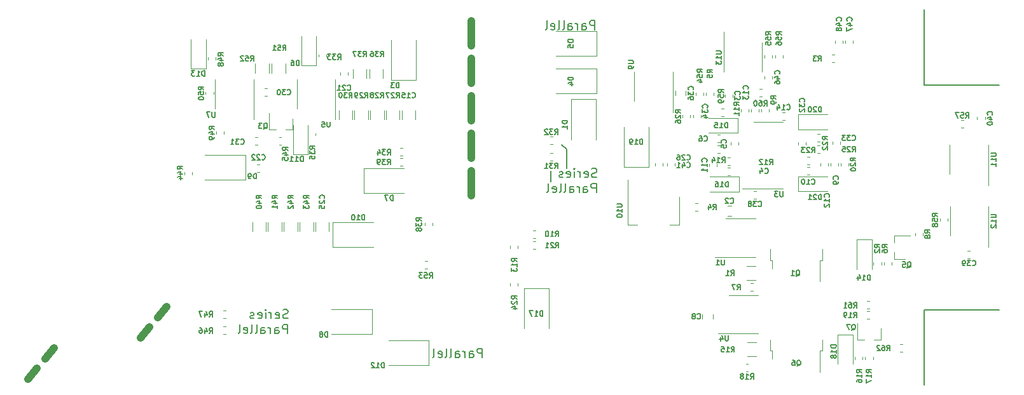
<source format=gbr>
G04 #@! TF.GenerationSoftware,KiCad,Pcbnew,5.1.4+dfsg1-1*
G04 #@! TF.CreationDate,2020-03-15T01:21:55+01:00*
G04 #@! TF.ProjectId,led-multiott,6c65642d-6d75-46c7-9469-6f74742e6b69,rev?*
G04 #@! TF.SameCoordinates,Original*
G04 #@! TF.FileFunction,Legend,Bot*
G04 #@! TF.FilePolarity,Positive*
%FSLAX46Y46*%
G04 Gerber Fmt 4.6, Leading zero omitted, Abs format (unit mm)*
G04 Created by KiCad (PCBNEW 5.1.4+dfsg1-1) date 2020-03-15 01:21:55*
%MOMM*%
%LPD*%
G04 APERTURE LIST*
%ADD10C,1.000000*%
%ADD11C,0.200000*%
%ADD12C,0.120000*%
%ADD13C,0.150000*%
G04 APERTURE END LIST*
D10*
X121914214Y-97835786D02*
X120750000Y-99250000D01*
X124164214Y-95085786D02*
X123000000Y-96500000D01*
X136914214Y-92335786D02*
X135750000Y-93750000D01*
X139164214Y-89585786D02*
X138000000Y-91000000D01*
X179750000Y-54750000D02*
X179750000Y-51500000D01*
X179750000Y-59750000D02*
X179750000Y-56500000D01*
X179750000Y-64750000D02*
X179750000Y-61500000D01*
X179750000Y-69750000D02*
X179750000Y-66500000D01*
X179750000Y-74750000D02*
X179750000Y-71500000D01*
D11*
X181184285Y-96342857D02*
X181184285Y-95142857D01*
X180727142Y-95142857D01*
X180612857Y-95200000D01*
X180555714Y-95257142D01*
X180498571Y-95371428D01*
X180498571Y-95542857D01*
X180555714Y-95657142D01*
X180612857Y-95714285D01*
X180727142Y-95771428D01*
X181184285Y-95771428D01*
X179470000Y-96342857D02*
X179470000Y-95714285D01*
X179527142Y-95600000D01*
X179641428Y-95542857D01*
X179870000Y-95542857D01*
X179984285Y-95600000D01*
X179470000Y-96285714D02*
X179584285Y-96342857D01*
X179870000Y-96342857D01*
X179984285Y-96285714D01*
X180041428Y-96171428D01*
X180041428Y-96057142D01*
X179984285Y-95942857D01*
X179870000Y-95885714D01*
X179584285Y-95885714D01*
X179470000Y-95828571D01*
X178898571Y-96342857D02*
X178898571Y-95542857D01*
X178898571Y-95771428D02*
X178841428Y-95657142D01*
X178784285Y-95600000D01*
X178670000Y-95542857D01*
X178555714Y-95542857D01*
X177641428Y-96342857D02*
X177641428Y-95714285D01*
X177698571Y-95600000D01*
X177812857Y-95542857D01*
X178041428Y-95542857D01*
X178155714Y-95600000D01*
X177641428Y-96285714D02*
X177755714Y-96342857D01*
X178041428Y-96342857D01*
X178155714Y-96285714D01*
X178212857Y-96171428D01*
X178212857Y-96057142D01*
X178155714Y-95942857D01*
X178041428Y-95885714D01*
X177755714Y-95885714D01*
X177641428Y-95828571D01*
X176898571Y-96342857D02*
X177012857Y-96285714D01*
X177070000Y-96171428D01*
X177070000Y-95142857D01*
X176270000Y-96342857D02*
X176384285Y-96285714D01*
X176441428Y-96171428D01*
X176441428Y-95142857D01*
X175355714Y-96285714D02*
X175470000Y-96342857D01*
X175698571Y-96342857D01*
X175812857Y-96285714D01*
X175870000Y-96171428D01*
X175870000Y-95714285D01*
X175812857Y-95600000D01*
X175698571Y-95542857D01*
X175470000Y-95542857D01*
X175355714Y-95600000D01*
X175298571Y-95714285D01*
X175298571Y-95828571D01*
X175870000Y-95942857D01*
X174612857Y-96342857D02*
X174727142Y-96285714D01*
X174784285Y-96171428D01*
X174784285Y-95142857D01*
X190300000Y-72900000D02*
X190300000Y-71500000D01*
X192400000Y-68600000D02*
X191800000Y-68000000D01*
X192400000Y-71100000D02*
X192400000Y-68600000D01*
X196441428Y-72285714D02*
X196270000Y-72342857D01*
X195984285Y-72342857D01*
X195870000Y-72285714D01*
X195812857Y-72228571D01*
X195755714Y-72114285D01*
X195755714Y-72000000D01*
X195812857Y-71885714D01*
X195870000Y-71828571D01*
X195984285Y-71771428D01*
X196212857Y-71714285D01*
X196327142Y-71657142D01*
X196384285Y-71600000D01*
X196441428Y-71485714D01*
X196441428Y-71371428D01*
X196384285Y-71257142D01*
X196327142Y-71200000D01*
X196212857Y-71142857D01*
X195927142Y-71142857D01*
X195755714Y-71200000D01*
X194784285Y-72285714D02*
X194898571Y-72342857D01*
X195127142Y-72342857D01*
X195241428Y-72285714D01*
X195298571Y-72171428D01*
X195298571Y-71714285D01*
X195241428Y-71600000D01*
X195127142Y-71542857D01*
X194898571Y-71542857D01*
X194784285Y-71600000D01*
X194727142Y-71714285D01*
X194727142Y-71828571D01*
X195298571Y-71942857D01*
X194212857Y-72342857D02*
X194212857Y-71542857D01*
X194212857Y-71771428D02*
X194155714Y-71657142D01*
X194098571Y-71600000D01*
X193984285Y-71542857D01*
X193870000Y-71542857D01*
X193470000Y-72342857D02*
X193470000Y-71542857D01*
X193470000Y-71142857D02*
X193527142Y-71200000D01*
X193470000Y-71257142D01*
X193412857Y-71200000D01*
X193470000Y-71142857D01*
X193470000Y-71257142D01*
X192441428Y-72285714D02*
X192555714Y-72342857D01*
X192784285Y-72342857D01*
X192898571Y-72285714D01*
X192955714Y-72171428D01*
X192955714Y-71714285D01*
X192898571Y-71600000D01*
X192784285Y-71542857D01*
X192555714Y-71542857D01*
X192441428Y-71600000D01*
X192384285Y-71714285D01*
X192384285Y-71828571D01*
X192955714Y-71942857D01*
X191927142Y-72285714D02*
X191812857Y-72342857D01*
X191584285Y-72342857D01*
X191470000Y-72285714D01*
X191412857Y-72171428D01*
X191412857Y-72114285D01*
X191470000Y-72000000D01*
X191584285Y-71942857D01*
X191755714Y-71942857D01*
X191870000Y-71885714D01*
X191927142Y-71771428D01*
X191927142Y-71714285D01*
X191870000Y-71600000D01*
X191755714Y-71542857D01*
X191584285Y-71542857D01*
X191470000Y-71600000D01*
X196384285Y-74342857D02*
X196384285Y-73142857D01*
X195927142Y-73142857D01*
X195812857Y-73200000D01*
X195755714Y-73257142D01*
X195698571Y-73371428D01*
X195698571Y-73542857D01*
X195755714Y-73657142D01*
X195812857Y-73714285D01*
X195927142Y-73771428D01*
X196384285Y-73771428D01*
X194670000Y-74342857D02*
X194670000Y-73714285D01*
X194727142Y-73600000D01*
X194841428Y-73542857D01*
X195070000Y-73542857D01*
X195184285Y-73600000D01*
X194670000Y-74285714D02*
X194784285Y-74342857D01*
X195070000Y-74342857D01*
X195184285Y-74285714D01*
X195241428Y-74171428D01*
X195241428Y-74057142D01*
X195184285Y-73942857D01*
X195070000Y-73885714D01*
X194784285Y-73885714D01*
X194670000Y-73828571D01*
X194098571Y-74342857D02*
X194098571Y-73542857D01*
X194098571Y-73771428D02*
X194041428Y-73657142D01*
X193984285Y-73600000D01*
X193870000Y-73542857D01*
X193755714Y-73542857D01*
X192841428Y-74342857D02*
X192841428Y-73714285D01*
X192898571Y-73600000D01*
X193012857Y-73542857D01*
X193241428Y-73542857D01*
X193355714Y-73600000D01*
X192841428Y-74285714D02*
X192955714Y-74342857D01*
X193241428Y-74342857D01*
X193355714Y-74285714D01*
X193412857Y-74171428D01*
X193412857Y-74057142D01*
X193355714Y-73942857D01*
X193241428Y-73885714D01*
X192955714Y-73885714D01*
X192841428Y-73828571D01*
X192098571Y-74342857D02*
X192212857Y-74285714D01*
X192270000Y-74171428D01*
X192270000Y-73142857D01*
X191470000Y-74342857D02*
X191584285Y-74285714D01*
X191641428Y-74171428D01*
X191641428Y-73142857D01*
X190555714Y-74285714D02*
X190670000Y-74342857D01*
X190898571Y-74342857D01*
X191012857Y-74285714D01*
X191070000Y-74171428D01*
X191070000Y-73714285D01*
X191012857Y-73600000D01*
X190898571Y-73542857D01*
X190670000Y-73542857D01*
X190555714Y-73600000D01*
X190498571Y-73714285D01*
X190498571Y-73828571D01*
X191070000Y-73942857D01*
X189812857Y-74342857D02*
X189927142Y-74285714D01*
X189984285Y-74171428D01*
X189984285Y-73142857D01*
X196184285Y-52642857D02*
X196184285Y-51442857D01*
X195727142Y-51442857D01*
X195612857Y-51500000D01*
X195555714Y-51557142D01*
X195498571Y-51671428D01*
X195498571Y-51842857D01*
X195555714Y-51957142D01*
X195612857Y-52014285D01*
X195727142Y-52071428D01*
X196184285Y-52071428D01*
X194470000Y-52642857D02*
X194470000Y-52014285D01*
X194527142Y-51900000D01*
X194641428Y-51842857D01*
X194870000Y-51842857D01*
X194984285Y-51900000D01*
X194470000Y-52585714D02*
X194584285Y-52642857D01*
X194870000Y-52642857D01*
X194984285Y-52585714D01*
X195041428Y-52471428D01*
X195041428Y-52357142D01*
X194984285Y-52242857D01*
X194870000Y-52185714D01*
X194584285Y-52185714D01*
X194470000Y-52128571D01*
X193898571Y-52642857D02*
X193898571Y-51842857D01*
X193898571Y-52071428D02*
X193841428Y-51957142D01*
X193784285Y-51900000D01*
X193670000Y-51842857D01*
X193555714Y-51842857D01*
X192641428Y-52642857D02*
X192641428Y-52014285D01*
X192698571Y-51900000D01*
X192812857Y-51842857D01*
X193041428Y-51842857D01*
X193155714Y-51900000D01*
X192641428Y-52585714D02*
X192755714Y-52642857D01*
X193041428Y-52642857D01*
X193155714Y-52585714D01*
X193212857Y-52471428D01*
X193212857Y-52357142D01*
X193155714Y-52242857D01*
X193041428Y-52185714D01*
X192755714Y-52185714D01*
X192641428Y-52128571D01*
X191898571Y-52642857D02*
X192012857Y-52585714D01*
X192070000Y-52471428D01*
X192070000Y-51442857D01*
X191270000Y-52642857D02*
X191384285Y-52585714D01*
X191441428Y-52471428D01*
X191441428Y-51442857D01*
X190355714Y-52585714D02*
X190470000Y-52642857D01*
X190698571Y-52642857D01*
X190812857Y-52585714D01*
X190870000Y-52471428D01*
X190870000Y-52014285D01*
X190812857Y-51900000D01*
X190698571Y-51842857D01*
X190470000Y-51842857D01*
X190355714Y-51900000D01*
X190298571Y-52014285D01*
X190298571Y-52128571D01*
X190870000Y-52242857D01*
X189612857Y-52642857D02*
X189727142Y-52585714D01*
X189784285Y-52471428D01*
X189784285Y-51442857D01*
X240000000Y-60000000D02*
X250000000Y-60000000D01*
X240000000Y-50000000D02*
X240000000Y-60000000D01*
X240000000Y-90000000D02*
X250000000Y-90000000D01*
X240000000Y-100000000D02*
X240000000Y-90000000D01*
X155341428Y-91085714D02*
X155170000Y-91142857D01*
X154884285Y-91142857D01*
X154770000Y-91085714D01*
X154712857Y-91028571D01*
X154655714Y-90914285D01*
X154655714Y-90800000D01*
X154712857Y-90685714D01*
X154770000Y-90628571D01*
X154884285Y-90571428D01*
X155112857Y-90514285D01*
X155227142Y-90457142D01*
X155284285Y-90400000D01*
X155341428Y-90285714D01*
X155341428Y-90171428D01*
X155284285Y-90057142D01*
X155227142Y-90000000D01*
X155112857Y-89942857D01*
X154827142Y-89942857D01*
X154655714Y-90000000D01*
X153684285Y-91085714D02*
X153798571Y-91142857D01*
X154027142Y-91142857D01*
X154141428Y-91085714D01*
X154198571Y-90971428D01*
X154198571Y-90514285D01*
X154141428Y-90400000D01*
X154027142Y-90342857D01*
X153798571Y-90342857D01*
X153684285Y-90400000D01*
X153627142Y-90514285D01*
X153627142Y-90628571D01*
X154198571Y-90742857D01*
X153112857Y-91142857D02*
X153112857Y-90342857D01*
X153112857Y-90571428D02*
X153055714Y-90457142D01*
X152998571Y-90400000D01*
X152884285Y-90342857D01*
X152770000Y-90342857D01*
X152370000Y-91142857D02*
X152370000Y-90342857D01*
X152370000Y-89942857D02*
X152427142Y-90000000D01*
X152370000Y-90057142D01*
X152312857Y-90000000D01*
X152370000Y-89942857D01*
X152370000Y-90057142D01*
X151341428Y-91085714D02*
X151455714Y-91142857D01*
X151684285Y-91142857D01*
X151798571Y-91085714D01*
X151855714Y-90971428D01*
X151855714Y-90514285D01*
X151798571Y-90400000D01*
X151684285Y-90342857D01*
X151455714Y-90342857D01*
X151341428Y-90400000D01*
X151284285Y-90514285D01*
X151284285Y-90628571D01*
X151855714Y-90742857D01*
X150827142Y-91085714D02*
X150712857Y-91142857D01*
X150484285Y-91142857D01*
X150370000Y-91085714D01*
X150312857Y-90971428D01*
X150312857Y-90914285D01*
X150370000Y-90800000D01*
X150484285Y-90742857D01*
X150655714Y-90742857D01*
X150770000Y-90685714D01*
X150827142Y-90571428D01*
X150827142Y-90514285D01*
X150770000Y-90400000D01*
X150655714Y-90342857D01*
X150484285Y-90342857D01*
X150370000Y-90400000D01*
X155284285Y-93142857D02*
X155284285Y-91942857D01*
X154827142Y-91942857D01*
X154712857Y-92000000D01*
X154655714Y-92057142D01*
X154598571Y-92171428D01*
X154598571Y-92342857D01*
X154655714Y-92457142D01*
X154712857Y-92514285D01*
X154827142Y-92571428D01*
X155284285Y-92571428D01*
X153570000Y-93142857D02*
X153570000Y-92514285D01*
X153627142Y-92400000D01*
X153741428Y-92342857D01*
X153970000Y-92342857D01*
X154084285Y-92400000D01*
X153570000Y-93085714D02*
X153684285Y-93142857D01*
X153970000Y-93142857D01*
X154084285Y-93085714D01*
X154141428Y-92971428D01*
X154141428Y-92857142D01*
X154084285Y-92742857D01*
X153970000Y-92685714D01*
X153684285Y-92685714D01*
X153570000Y-92628571D01*
X152998571Y-93142857D02*
X152998571Y-92342857D01*
X152998571Y-92571428D02*
X152941428Y-92457142D01*
X152884285Y-92400000D01*
X152770000Y-92342857D01*
X152655714Y-92342857D01*
X151741428Y-93142857D02*
X151741428Y-92514285D01*
X151798571Y-92400000D01*
X151912857Y-92342857D01*
X152141428Y-92342857D01*
X152255714Y-92400000D01*
X151741428Y-93085714D02*
X151855714Y-93142857D01*
X152141428Y-93142857D01*
X152255714Y-93085714D01*
X152312857Y-92971428D01*
X152312857Y-92857142D01*
X152255714Y-92742857D01*
X152141428Y-92685714D01*
X151855714Y-92685714D01*
X151741428Y-92628571D01*
X150998571Y-93142857D02*
X151112857Y-93085714D01*
X151170000Y-92971428D01*
X151170000Y-91942857D01*
X150370000Y-93142857D02*
X150484285Y-93085714D01*
X150541428Y-92971428D01*
X150541428Y-91942857D01*
X149455714Y-93085714D02*
X149570000Y-93142857D01*
X149798571Y-93142857D01*
X149912857Y-93085714D01*
X149970000Y-92971428D01*
X149970000Y-92514285D01*
X149912857Y-92400000D01*
X149798571Y-92342857D01*
X149570000Y-92342857D01*
X149455714Y-92400000D01*
X149398571Y-92514285D01*
X149398571Y-92628571D01*
X149970000Y-92742857D01*
X148712857Y-93142857D02*
X148827142Y-93085714D01*
X148884285Y-92971428D01*
X148884285Y-91942857D01*
D12*
X237162779Y-95610000D02*
X236837221Y-95610000D01*
X237162779Y-94590000D02*
X236837221Y-94590000D01*
X232712779Y-89860000D02*
X232387221Y-89860000D01*
X232712779Y-88840000D02*
X232387221Y-88840000D01*
X228140000Y-54462779D02*
X228140000Y-54137221D01*
X229160000Y-54462779D02*
X229160000Y-54137221D01*
X229540000Y-54462779D02*
X229540000Y-54137221D01*
X230560000Y-54462779D02*
X230560000Y-54137221D01*
X219810000Y-58887221D02*
X219810000Y-59212779D01*
X218790000Y-58887221D02*
X218790000Y-59212779D01*
X218790000Y-56412779D02*
X218790000Y-56087221D01*
X219810000Y-56412779D02*
X219810000Y-56087221D01*
X213340000Y-56350000D02*
X213340000Y-52900000D01*
X213340000Y-56350000D02*
X213340000Y-58300000D01*
X218460000Y-56350000D02*
X218460000Y-54400000D01*
X218460000Y-56350000D02*
X218460000Y-58300000D01*
X218087221Y-60540000D02*
X218412779Y-60540000D01*
X218087221Y-61560000D02*
X218412779Y-61560000D01*
X214510000Y-61337221D02*
X214510000Y-61662779D01*
X213490000Y-61337221D02*
X213490000Y-61662779D01*
X221137221Y-63640000D02*
X221462779Y-63640000D01*
X221137221Y-64660000D02*
X221462779Y-64660000D01*
X218010000Y-63237221D02*
X218010000Y-63562779D01*
X216990000Y-63237221D02*
X216990000Y-63562779D01*
X184940000Y-86812779D02*
X184940000Y-86487221D01*
X185960000Y-86812779D02*
X185960000Y-86487221D01*
X188262779Y-80410000D02*
X187937221Y-80410000D01*
X188262779Y-79390000D02*
X187937221Y-79390000D01*
X220190000Y-56412779D02*
X220190000Y-56087221D01*
X221210000Y-56412779D02*
X221210000Y-56087221D01*
X209640000Y-61362779D02*
X209640000Y-61037221D01*
X210660000Y-61362779D02*
X210660000Y-61037221D01*
X207840000Y-64362779D02*
X207840000Y-64037221D01*
X208860000Y-64362779D02*
X208860000Y-64037221D01*
X188262779Y-81860000D02*
X187937221Y-81860000D01*
X188262779Y-80840000D02*
X187937221Y-80840000D01*
X184940000Y-81762779D02*
X184940000Y-81437221D01*
X185960000Y-81762779D02*
X185960000Y-81437221D01*
X210990000Y-61362779D02*
X210990000Y-61037221D01*
X212010000Y-61362779D02*
X212010000Y-61037221D01*
X209862779Y-76810000D02*
X209537221Y-76810000D01*
X209862779Y-75790000D02*
X209537221Y-75790000D01*
X228062779Y-56960000D02*
X227737221Y-56960000D01*
X228062779Y-55940000D02*
X227737221Y-55940000D01*
X248610000Y-78150000D02*
X248610000Y-81600000D01*
X248610000Y-78150000D02*
X248610000Y-76200000D01*
X243490000Y-78150000D02*
X243490000Y-80100000D01*
X243490000Y-78150000D02*
X243490000Y-76200000D01*
X248560000Y-69950000D02*
X248560000Y-73400000D01*
X248560000Y-69950000D02*
X248560000Y-68000000D01*
X243440000Y-69950000D02*
X243440000Y-71900000D01*
X243440000Y-69950000D02*
X243440000Y-68000000D01*
X243160000Y-77849720D02*
X243160000Y-78175278D01*
X242140000Y-77849720D02*
X242140000Y-78175278D01*
X245262779Y-65710000D02*
X244937221Y-65710000D01*
X245262779Y-64690000D02*
X244937221Y-64690000D01*
X213887221Y-69690000D02*
X214212779Y-69690000D01*
X213887221Y-70710000D02*
X214212779Y-70710000D01*
X227260000Y-70487221D02*
X227260000Y-70812779D01*
X226240000Y-70487221D02*
X226240000Y-70812779D01*
X211390000Y-70862779D02*
X211390000Y-70537221D01*
X212410000Y-70862779D02*
X212410000Y-70537221D01*
X206890000Y-61358578D02*
X206890000Y-60841422D01*
X208310000Y-61358578D02*
X208310000Y-60841422D01*
X173537221Y-83490000D02*
X173862779Y-83490000D01*
X173537221Y-84510000D02*
X173862779Y-84510000D01*
X173590000Y-78762779D02*
X173590000Y-78437221D01*
X174610000Y-78762779D02*
X174610000Y-78437221D01*
X219820000Y-95470000D02*
X219820000Y-96570000D01*
X219550000Y-95470000D02*
X219820000Y-95470000D01*
X219550000Y-93970000D02*
X219550000Y-95470000D01*
X226180000Y-95470000D02*
X226180000Y-98300000D01*
X226450000Y-95470000D02*
X226180000Y-95470000D01*
X226450000Y-93970000D02*
X226450000Y-95470000D01*
X219820000Y-83370000D02*
X219820000Y-84470000D01*
X219550000Y-83370000D02*
X219820000Y-83370000D01*
X219550000Y-81870000D02*
X219550000Y-83370000D01*
X226180000Y-83370000D02*
X226180000Y-86200000D01*
X226450000Y-83370000D02*
X226180000Y-83370000D01*
X226450000Y-81870000D02*
X226450000Y-83370000D01*
X146737221Y-92190000D02*
X147062779Y-92190000D01*
X146737221Y-93210000D02*
X147062779Y-93210000D01*
X190562779Y-70110000D02*
X190237221Y-70110000D01*
X190562779Y-69090000D02*
X190237221Y-69090000D01*
X174100000Y-94050000D02*
X168700000Y-94050000D01*
X174100000Y-97350000D02*
X168700000Y-97350000D01*
X174100000Y-94050000D02*
X174100000Y-97350000D01*
X196400000Y-52850000D02*
X191000000Y-52850000D01*
X196400000Y-56150000D02*
X191000000Y-56150000D01*
X196400000Y-52850000D02*
X196400000Y-56150000D01*
X144390000Y-61262779D02*
X144390000Y-60937221D01*
X145410000Y-61262779D02*
X145410000Y-60937221D01*
X154462779Y-68010000D02*
X154137221Y-68010000D01*
X154462779Y-66990000D02*
X154137221Y-66990000D01*
X150760000Y-61200000D02*
X150760000Y-64650000D01*
X150760000Y-61200000D02*
X150760000Y-59250000D01*
X145640000Y-61200000D02*
X145640000Y-63150000D01*
X145640000Y-61200000D02*
X145640000Y-59250000D01*
X161660000Y-61200000D02*
X161660000Y-64650000D01*
X161660000Y-61200000D02*
X161660000Y-59250000D01*
X156540000Y-61200000D02*
X156540000Y-63150000D01*
X156540000Y-61200000D02*
X156540000Y-59250000D01*
X155980000Y-65960000D02*
X155980000Y-64500000D01*
X152820000Y-65960000D02*
X152820000Y-63800000D01*
X152820000Y-65960000D02*
X153750000Y-65960000D01*
X155980000Y-65960000D02*
X155050000Y-65960000D01*
X200590000Y-72650000D02*
X200590000Y-78660000D01*
X207410000Y-74900000D02*
X207410000Y-78660000D01*
X200590000Y-78660000D02*
X201850000Y-78660000D01*
X207410000Y-78660000D02*
X206150000Y-78660000D01*
X206560000Y-60200000D02*
X206560000Y-63650000D01*
X206560000Y-60200000D02*
X206560000Y-58250000D01*
X201440000Y-60200000D02*
X201440000Y-62150000D01*
X201440000Y-60200000D02*
X201440000Y-58250000D01*
X216000000Y-93160000D02*
X212550000Y-93160000D01*
X216000000Y-93160000D02*
X217950000Y-93160000D01*
X216000000Y-88040000D02*
X214050000Y-88040000D01*
X216000000Y-88040000D02*
X217950000Y-88040000D01*
X219300000Y-73835000D02*
X215850000Y-73835000D01*
X219300000Y-73835000D02*
X221250000Y-73835000D01*
X219300000Y-64965000D02*
X217350000Y-64965000D01*
X219300000Y-64965000D02*
X221250000Y-64965000D01*
X215600000Y-82960000D02*
X212150000Y-82960000D01*
X215600000Y-82960000D02*
X217550000Y-82960000D01*
X215600000Y-77840000D02*
X213650000Y-77840000D01*
X215600000Y-77840000D02*
X217550000Y-77840000D01*
X146810000Y-66237221D02*
X146810000Y-66562779D01*
X145790000Y-66237221D02*
X145790000Y-66562779D01*
X145710000Y-56337221D02*
X145710000Y-56662779D01*
X144690000Y-56337221D02*
X144690000Y-56662779D01*
X147062779Y-91110000D02*
X146737221Y-91110000D01*
X147062779Y-90090000D02*
X146737221Y-90090000D01*
X142610000Y-71637221D02*
X142610000Y-71962779D01*
X141590000Y-71637221D02*
X141590000Y-71962779D01*
X170237221Y-69790000D02*
X170562779Y-69790000D01*
X170237221Y-70810000D02*
X170562779Y-70810000D01*
X157990000Y-66762779D02*
X157990000Y-66437221D01*
X159010000Y-66762779D02*
X159010000Y-66437221D01*
X170237221Y-68390000D02*
X170562779Y-68390000D01*
X170237221Y-69410000D02*
X170562779Y-69410000D01*
X160410000Y-55937221D02*
X160410000Y-56262779D01*
X159390000Y-55937221D02*
X159390000Y-56262779D01*
X190562779Y-67910000D02*
X190237221Y-67910000D01*
X190562779Y-66890000D02*
X190237221Y-66890000D01*
X226112779Y-69060000D02*
X225787221Y-69060000D01*
X226112779Y-68040000D02*
X225787221Y-68040000D01*
X224762779Y-70660000D02*
X224437221Y-70660000D01*
X224762779Y-69640000D02*
X224437221Y-69640000D01*
X228810000Y-67587221D02*
X228810000Y-67912779D01*
X227790000Y-67587221D02*
X227790000Y-67912779D01*
X228940000Y-70762779D02*
X228940000Y-70437221D01*
X229960000Y-70762779D02*
X229960000Y-70437221D01*
X232712779Y-91210000D02*
X232387221Y-91210000D01*
X232712779Y-90190000D02*
X232387221Y-90190000D01*
X216287221Y-97190000D02*
X216612779Y-97190000D01*
X216287221Y-98210000D02*
X216612779Y-98210000D01*
X233210000Y-96287221D02*
X233210000Y-96612779D01*
X232190000Y-96287221D02*
X232190000Y-96612779D01*
X230790000Y-96612779D02*
X230790000Y-96287221D01*
X231810000Y-96612779D02*
X231810000Y-96287221D01*
X217702064Y-96160000D02*
X216497936Y-96160000D01*
X217702064Y-94340000D02*
X216497936Y-94340000D01*
X212487221Y-68090000D02*
X212812779Y-68090000D01*
X212487221Y-69110000D02*
X212812779Y-69110000D01*
X213037221Y-63140000D02*
X213362779Y-63140000D01*
X213037221Y-64160000D02*
X213362779Y-64160000D01*
X218340000Y-63562779D02*
X218340000Y-63237221D01*
X219360000Y-63562779D02*
X219360000Y-63237221D01*
X239860000Y-79737221D02*
X239860000Y-80062779D01*
X238840000Y-79737221D02*
X238840000Y-80062779D01*
X216887221Y-86490000D02*
X217212779Y-86490000D01*
X216887221Y-87510000D02*
X217212779Y-87510000D01*
X235710000Y-83687221D02*
X235710000Y-84012779D01*
X234690000Y-83687221D02*
X234690000Y-84012779D01*
X233290000Y-84012779D02*
X233290000Y-83687221D01*
X234310000Y-84012779D02*
X234310000Y-83687221D01*
X217602064Y-86010000D02*
X216397936Y-86010000D01*
X217602064Y-84190000D02*
X216397936Y-84190000D01*
X234280000Y-93960000D02*
X234280000Y-92500000D01*
X231120000Y-93960000D02*
X231120000Y-91800000D01*
X231120000Y-93960000D02*
X232050000Y-93960000D01*
X234280000Y-93960000D02*
X233350000Y-93960000D01*
X236040000Y-83230000D02*
X237500000Y-83230000D01*
X236040000Y-80070000D02*
X238200000Y-80070000D01*
X236040000Y-80070000D02*
X236040000Y-81000000D01*
X236040000Y-83230000D02*
X236040000Y-82300000D01*
X223250000Y-74200000D02*
X227150000Y-74200000D01*
X223250000Y-72200000D02*
X227150000Y-72200000D01*
X223250000Y-74200000D02*
X223250000Y-72200000D01*
X223250000Y-65950000D02*
X227150000Y-65950000D01*
X223250000Y-63950000D02*
X227150000Y-63950000D01*
X223250000Y-65950000D02*
X223250000Y-63950000D01*
X203350000Y-71000000D02*
X203350000Y-65600000D01*
X200050000Y-71000000D02*
X200050000Y-65600000D01*
X203350000Y-71000000D02*
X200050000Y-71000000D01*
X228550000Y-93300000D02*
X228550000Y-97200000D01*
X230550000Y-93300000D02*
X230550000Y-97200000D01*
X228550000Y-93300000D02*
X230550000Y-93300000D01*
X186750000Y-87100000D02*
X186750000Y-92500000D01*
X190050000Y-87100000D02*
X190050000Y-92500000D01*
X186750000Y-87100000D02*
X190050000Y-87100000D01*
X215350000Y-72250000D02*
X211450000Y-72250000D01*
X215350000Y-74250000D02*
X211450000Y-74250000D01*
X215350000Y-72250000D02*
X215350000Y-74250000D01*
X215200000Y-64400000D02*
X211300000Y-64400000D01*
X215200000Y-66400000D02*
X211300000Y-66400000D01*
X215200000Y-64400000D02*
X215200000Y-66400000D01*
X231050000Y-80650000D02*
X231050000Y-84550000D01*
X233050000Y-80650000D02*
X233050000Y-84550000D01*
X231050000Y-80650000D02*
X233050000Y-80650000D01*
X158000000Y-69250000D02*
X158000000Y-65350000D01*
X156000000Y-69250000D02*
X156000000Y-65350000D01*
X158000000Y-69250000D02*
X156000000Y-69250000D01*
X193050000Y-61900000D02*
X193050000Y-67300000D01*
X196350000Y-61900000D02*
X196350000Y-67300000D01*
X193050000Y-61900000D02*
X196350000Y-61900000D01*
X204190000Y-70762779D02*
X204190000Y-70437221D01*
X205210000Y-70762779D02*
X205210000Y-70437221D01*
X247090000Y-64612779D02*
X247090000Y-64287221D01*
X248110000Y-64612779D02*
X248110000Y-64287221D01*
X245787221Y-82140000D02*
X246112779Y-82140000D01*
X245787221Y-83160000D02*
X246112779Y-83160000D01*
X217662779Y-75210000D02*
X217337221Y-75210000D01*
X217662779Y-74190000D02*
X217337221Y-74190000D01*
X209290000Y-64362779D02*
X209290000Y-64037221D01*
X210310000Y-64362779D02*
X210310000Y-64037221D01*
X225774721Y-66590000D02*
X226100279Y-66590000D01*
X225774721Y-67610000D02*
X226100279Y-67610000D01*
X224310000Y-67674722D02*
X224310000Y-68000280D01*
X223290000Y-67674722D02*
X223290000Y-68000280D01*
X150937221Y-66990000D02*
X151262779Y-66990000D01*
X150937221Y-68010000D02*
X151262779Y-68010000D01*
X152562779Y-61510000D02*
X152237221Y-61510000D01*
X152562779Y-60490000D02*
X152237221Y-60490000D01*
X205790000Y-70762779D02*
X205790000Y-70437221D01*
X206810000Y-70762779D02*
X206810000Y-70437221D01*
X151562779Y-71610000D02*
X151237221Y-71610000D01*
X151562779Y-70590000D02*
X151237221Y-70590000D01*
X163310000Y-58337221D02*
X163310000Y-58662779D01*
X162290000Y-58337221D02*
X162290000Y-58662779D01*
X224437221Y-70990000D02*
X224762779Y-70990000D01*
X224437221Y-72010000D02*
X224762779Y-72010000D01*
X228610000Y-70437221D02*
X228610000Y-70762779D01*
X227590000Y-70437221D02*
X227590000Y-70762779D01*
X210490000Y-91158578D02*
X210490000Y-90641422D01*
X211910000Y-91158578D02*
X211910000Y-90641422D01*
X212812779Y-67660000D02*
X212487221Y-67660000D01*
X212812779Y-66640000D02*
X212487221Y-66640000D01*
X215310000Y-67687221D02*
X215310000Y-68012779D01*
X214290000Y-67687221D02*
X214290000Y-68012779D01*
X214212779Y-72060000D02*
X213887221Y-72060000D01*
X214212779Y-71040000D02*
X213887221Y-71040000D01*
X215640000Y-63562779D02*
X215640000Y-63237221D01*
X216660000Y-63562779D02*
X216660000Y-63237221D01*
X214358578Y-77510000D02*
X213841422Y-77510000D01*
X214358578Y-76090000D02*
X213841422Y-76090000D01*
X144400000Y-57850000D02*
X144400000Y-53950000D01*
X142400000Y-57850000D02*
X142400000Y-53950000D01*
X144400000Y-57850000D02*
X142400000Y-57850000D01*
X149700000Y-69350000D02*
X144300000Y-69350000D01*
X149700000Y-72650000D02*
X144300000Y-72650000D01*
X149700000Y-69350000D02*
X149700000Y-72650000D01*
X166500000Y-89950000D02*
X161100000Y-89950000D01*
X166500000Y-93250000D02*
X161100000Y-93250000D01*
X166500000Y-89950000D02*
X166500000Y-93250000D01*
X165400000Y-74450000D02*
X170800000Y-74450000D01*
X165400000Y-71150000D02*
X170800000Y-71150000D01*
X165400000Y-74450000D02*
X165400000Y-71150000D01*
X159100000Y-57450000D02*
X159100000Y-53550000D01*
X157100000Y-57450000D02*
X157100000Y-53550000D01*
X159100000Y-57450000D02*
X157100000Y-57450000D01*
X196400000Y-57850000D02*
X191000000Y-57850000D01*
X196400000Y-61150000D02*
X191000000Y-61150000D01*
X196400000Y-57850000D02*
X196400000Y-61150000D01*
X152810000Y-57197936D02*
X152810000Y-58402064D01*
X150990000Y-57197936D02*
X150990000Y-58402064D01*
X155010000Y-57197936D02*
X155010000Y-58402064D01*
X153190000Y-57197936D02*
X153190000Y-58402064D01*
X156890000Y-79502064D02*
X156890000Y-78297936D01*
X158710000Y-79502064D02*
X158710000Y-78297936D01*
X154790000Y-79502064D02*
X154790000Y-78297936D01*
X156610000Y-79502064D02*
X156610000Y-78297936D01*
X152690000Y-79502064D02*
X152690000Y-78297936D01*
X154510000Y-79502064D02*
X154510000Y-78297936D01*
X150590000Y-79502064D02*
X150590000Y-78297936D01*
X152410000Y-79502064D02*
X152410000Y-78297936D01*
X165810000Y-57897936D02*
X165810000Y-59102064D01*
X163990000Y-57897936D02*
X163990000Y-59102064D01*
X168010000Y-57897936D02*
X168010000Y-59102064D01*
X166190000Y-57897936D02*
X166190000Y-59102064D01*
X161300000Y-81650000D02*
X166700000Y-81650000D01*
X161300000Y-78350000D02*
X166700000Y-78350000D01*
X161300000Y-81650000D02*
X161300000Y-78350000D01*
X158990000Y-79502064D02*
X158990000Y-78297936D01*
X160810000Y-79502064D02*
X160810000Y-78297936D01*
X162090000Y-64602064D02*
X162090000Y-63397936D01*
X163910000Y-64602064D02*
X163910000Y-63397936D01*
X164190000Y-64602065D02*
X164190000Y-63397937D01*
X166010000Y-64602065D02*
X166010000Y-63397937D01*
X166290000Y-64602064D02*
X166290000Y-63397936D01*
X168110000Y-64602064D02*
X168110000Y-63397936D01*
X168390000Y-64602064D02*
X168390000Y-63397936D01*
X170210000Y-64602064D02*
X170210000Y-63397936D01*
X172350000Y-59400000D02*
X172350000Y-54000000D01*
X169050000Y-59400000D02*
X169050000Y-54000000D01*
X172350000Y-59400000D02*
X169050000Y-59400000D01*
X170490000Y-64602064D02*
X170490000Y-63397936D01*
X172310000Y-64602064D02*
X172310000Y-63397936D01*
D13*
X235050000Y-95416666D02*
X235283333Y-95083333D01*
X235450000Y-95416666D02*
X235450000Y-94716666D01*
X235183333Y-94716666D01*
X235116666Y-94750000D01*
X235083333Y-94783333D01*
X235050000Y-94850000D01*
X235050000Y-94950000D01*
X235083333Y-95016666D01*
X235116666Y-95050000D01*
X235183333Y-95083333D01*
X235450000Y-95083333D01*
X234450000Y-94716666D02*
X234583333Y-94716666D01*
X234650000Y-94750000D01*
X234683333Y-94783333D01*
X234750000Y-94883333D01*
X234783333Y-95016666D01*
X234783333Y-95283333D01*
X234750000Y-95350000D01*
X234716666Y-95383333D01*
X234650000Y-95416666D01*
X234516666Y-95416666D01*
X234450000Y-95383333D01*
X234416666Y-95350000D01*
X234383333Y-95283333D01*
X234383333Y-95116666D01*
X234416666Y-95050000D01*
X234450000Y-95016666D01*
X234516666Y-94983333D01*
X234650000Y-94983333D01*
X234716666Y-95016666D01*
X234750000Y-95050000D01*
X234783333Y-95116666D01*
X234116666Y-94783333D02*
X234083333Y-94750000D01*
X234016666Y-94716666D01*
X233850000Y-94716666D01*
X233783333Y-94750000D01*
X233750000Y-94783333D01*
X233716666Y-94850000D01*
X233716666Y-94916666D01*
X233750000Y-95016666D01*
X234150000Y-95416666D01*
X233716666Y-95416666D01*
X230650000Y-89716666D02*
X230883333Y-89383333D01*
X231050000Y-89716666D02*
X231050000Y-89016666D01*
X230783333Y-89016666D01*
X230716666Y-89050000D01*
X230683333Y-89083333D01*
X230650000Y-89150000D01*
X230650000Y-89250000D01*
X230683333Y-89316666D01*
X230716666Y-89350000D01*
X230783333Y-89383333D01*
X231050000Y-89383333D01*
X230050000Y-89016666D02*
X230183333Y-89016666D01*
X230250000Y-89050000D01*
X230283333Y-89083333D01*
X230350000Y-89183333D01*
X230383333Y-89316666D01*
X230383333Y-89583333D01*
X230350000Y-89650000D01*
X230316666Y-89683333D01*
X230250000Y-89716666D01*
X230116666Y-89716666D01*
X230050000Y-89683333D01*
X230016666Y-89650000D01*
X229983333Y-89583333D01*
X229983333Y-89416666D01*
X230016666Y-89350000D01*
X230050000Y-89316666D01*
X230116666Y-89283333D01*
X230250000Y-89283333D01*
X230316666Y-89316666D01*
X230350000Y-89350000D01*
X230383333Y-89416666D01*
X229316666Y-89716666D02*
X229716666Y-89716666D01*
X229516666Y-89716666D02*
X229516666Y-89016666D01*
X229583333Y-89116666D01*
X229650000Y-89183333D01*
X229716666Y-89216666D01*
X228950000Y-51450000D02*
X228983333Y-51416666D01*
X229016666Y-51316666D01*
X229016666Y-51250000D01*
X228983333Y-51150000D01*
X228916666Y-51083333D01*
X228850000Y-51050000D01*
X228716666Y-51016666D01*
X228616666Y-51016666D01*
X228483333Y-51050000D01*
X228416666Y-51083333D01*
X228350000Y-51150000D01*
X228316666Y-51250000D01*
X228316666Y-51316666D01*
X228350000Y-51416666D01*
X228383333Y-51450000D01*
X228550000Y-52050000D02*
X229016666Y-52050000D01*
X228283333Y-51883333D02*
X228783333Y-51716666D01*
X228783333Y-52150000D01*
X228616666Y-52516666D02*
X228583333Y-52450000D01*
X228550000Y-52416666D01*
X228483333Y-52383333D01*
X228450000Y-52383333D01*
X228383333Y-52416666D01*
X228350000Y-52450000D01*
X228316666Y-52516666D01*
X228316666Y-52650000D01*
X228350000Y-52716666D01*
X228383333Y-52750000D01*
X228450000Y-52783333D01*
X228483333Y-52783333D01*
X228550000Y-52750000D01*
X228583333Y-52716666D01*
X228616666Y-52650000D01*
X228616666Y-52516666D01*
X228650000Y-52450000D01*
X228683333Y-52416666D01*
X228750000Y-52383333D01*
X228883333Y-52383333D01*
X228950000Y-52416666D01*
X228983333Y-52450000D01*
X229016666Y-52516666D01*
X229016666Y-52650000D01*
X228983333Y-52716666D01*
X228950000Y-52750000D01*
X228883333Y-52783333D01*
X228750000Y-52783333D01*
X228683333Y-52750000D01*
X228650000Y-52716666D01*
X228616666Y-52650000D01*
X230350000Y-51450000D02*
X230383333Y-51416666D01*
X230416666Y-51316666D01*
X230416666Y-51250000D01*
X230383333Y-51150000D01*
X230316666Y-51083333D01*
X230250000Y-51050000D01*
X230116666Y-51016666D01*
X230016666Y-51016666D01*
X229883333Y-51050000D01*
X229816666Y-51083333D01*
X229750000Y-51150000D01*
X229716666Y-51250000D01*
X229716666Y-51316666D01*
X229750000Y-51416666D01*
X229783333Y-51450000D01*
X229950000Y-52050000D02*
X230416666Y-52050000D01*
X229683333Y-51883333D02*
X230183333Y-51716666D01*
X230183333Y-52150000D01*
X229716666Y-52350000D02*
X229716666Y-52816666D01*
X230416666Y-52516666D01*
X220750000Y-58550000D02*
X220783333Y-58516666D01*
X220816666Y-58416666D01*
X220816666Y-58350000D01*
X220783333Y-58250000D01*
X220716666Y-58183333D01*
X220650000Y-58150000D01*
X220516666Y-58116666D01*
X220416666Y-58116666D01*
X220283333Y-58150000D01*
X220216666Y-58183333D01*
X220150000Y-58250000D01*
X220116666Y-58350000D01*
X220116666Y-58416666D01*
X220150000Y-58516666D01*
X220183333Y-58550000D01*
X220350000Y-59150000D02*
X220816666Y-59150000D01*
X220083333Y-58983333D02*
X220583333Y-58816666D01*
X220583333Y-59250000D01*
X220116666Y-59816666D02*
X220116666Y-59683333D01*
X220150000Y-59616666D01*
X220183333Y-59583333D01*
X220283333Y-59516666D01*
X220416666Y-59483333D01*
X220683333Y-59483333D01*
X220750000Y-59516666D01*
X220783333Y-59550000D01*
X220816666Y-59616666D01*
X220816666Y-59750000D01*
X220783333Y-59816666D01*
X220750000Y-59850000D01*
X220683333Y-59883333D01*
X220516666Y-59883333D01*
X220450000Y-59850000D01*
X220416666Y-59816666D01*
X220383333Y-59750000D01*
X220383333Y-59616666D01*
X220416666Y-59550000D01*
X220450000Y-59516666D01*
X220516666Y-59483333D01*
X219616666Y-53350000D02*
X219283333Y-53116666D01*
X219616666Y-52950000D02*
X218916666Y-52950000D01*
X218916666Y-53216666D01*
X218950000Y-53283333D01*
X218983333Y-53316666D01*
X219050000Y-53350000D01*
X219150000Y-53350000D01*
X219216666Y-53316666D01*
X219250000Y-53283333D01*
X219283333Y-53216666D01*
X219283333Y-52950000D01*
X218916666Y-53983333D02*
X218916666Y-53650000D01*
X219250000Y-53616666D01*
X219216666Y-53650000D01*
X219183333Y-53716666D01*
X219183333Y-53883333D01*
X219216666Y-53950000D01*
X219250000Y-53983333D01*
X219316666Y-54016666D01*
X219483333Y-54016666D01*
X219550000Y-53983333D01*
X219583333Y-53950000D01*
X219616666Y-53883333D01*
X219616666Y-53716666D01*
X219583333Y-53650000D01*
X219550000Y-53616666D01*
X218916666Y-54650000D02*
X218916666Y-54316666D01*
X219250000Y-54283333D01*
X219216666Y-54316666D01*
X219183333Y-54383333D01*
X219183333Y-54550000D01*
X219216666Y-54616666D01*
X219250000Y-54650000D01*
X219316666Y-54683333D01*
X219483333Y-54683333D01*
X219550000Y-54650000D01*
X219583333Y-54616666D01*
X219616666Y-54550000D01*
X219616666Y-54383333D01*
X219583333Y-54316666D01*
X219550000Y-54283333D01*
X212316666Y-55483333D02*
X212883333Y-55483333D01*
X212950000Y-55516666D01*
X212983333Y-55550000D01*
X213016666Y-55616666D01*
X213016666Y-55750000D01*
X212983333Y-55816666D01*
X212950000Y-55850000D01*
X212883333Y-55883333D01*
X212316666Y-55883333D01*
X213016666Y-56583333D02*
X213016666Y-56183333D01*
X213016666Y-56383333D02*
X212316666Y-56383333D01*
X212416666Y-56316666D01*
X212483333Y-56250000D01*
X212516666Y-56183333D01*
X212316666Y-56816666D02*
X212316666Y-57250000D01*
X212583333Y-57016666D01*
X212583333Y-57116666D01*
X212616666Y-57183333D01*
X212650000Y-57216666D01*
X212716666Y-57250000D01*
X212883333Y-57250000D01*
X212950000Y-57216666D01*
X212983333Y-57183333D01*
X213016666Y-57116666D01*
X213016666Y-56916666D01*
X212983333Y-56850000D01*
X212950000Y-56816666D01*
X218700000Y-62796666D02*
X218933333Y-62463333D01*
X219100000Y-62796666D02*
X219100000Y-62096666D01*
X218833333Y-62096666D01*
X218766666Y-62130000D01*
X218733333Y-62163333D01*
X218700000Y-62230000D01*
X218700000Y-62330000D01*
X218733333Y-62396666D01*
X218766666Y-62430000D01*
X218833333Y-62463333D01*
X219100000Y-62463333D01*
X218100000Y-62096666D02*
X218233333Y-62096666D01*
X218300000Y-62130000D01*
X218333333Y-62163333D01*
X218400000Y-62263333D01*
X218433333Y-62396666D01*
X218433333Y-62663333D01*
X218400000Y-62730000D01*
X218366666Y-62763333D01*
X218300000Y-62796666D01*
X218166666Y-62796666D01*
X218100000Y-62763333D01*
X218066666Y-62730000D01*
X218033333Y-62663333D01*
X218033333Y-62496666D01*
X218066666Y-62430000D01*
X218100000Y-62396666D01*
X218166666Y-62363333D01*
X218300000Y-62363333D01*
X218366666Y-62396666D01*
X218400000Y-62430000D01*
X218433333Y-62496666D01*
X217600000Y-62096666D02*
X217533333Y-62096666D01*
X217466666Y-62130000D01*
X217433333Y-62163333D01*
X217400000Y-62230000D01*
X217366666Y-62363333D01*
X217366666Y-62530000D01*
X217400000Y-62663333D01*
X217433333Y-62730000D01*
X217466666Y-62763333D01*
X217533333Y-62796666D01*
X217600000Y-62796666D01*
X217666666Y-62763333D01*
X217700000Y-62730000D01*
X217733333Y-62663333D01*
X217766666Y-62530000D01*
X217766666Y-62363333D01*
X217733333Y-62230000D01*
X217700000Y-62163333D01*
X217666666Y-62130000D01*
X217600000Y-62096666D01*
X213316666Y-61050000D02*
X212983333Y-60816666D01*
X213316666Y-60650000D02*
X212616666Y-60650000D01*
X212616666Y-60916666D01*
X212650000Y-60983333D01*
X212683333Y-61016666D01*
X212750000Y-61050000D01*
X212850000Y-61050000D01*
X212916666Y-61016666D01*
X212950000Y-60983333D01*
X212983333Y-60916666D01*
X212983333Y-60650000D01*
X212616666Y-61683333D02*
X212616666Y-61350000D01*
X212950000Y-61316666D01*
X212916666Y-61350000D01*
X212883333Y-61416666D01*
X212883333Y-61583333D01*
X212916666Y-61650000D01*
X212950000Y-61683333D01*
X213016666Y-61716666D01*
X213183333Y-61716666D01*
X213250000Y-61683333D01*
X213283333Y-61650000D01*
X213316666Y-61583333D01*
X213316666Y-61416666D01*
X213283333Y-61350000D01*
X213250000Y-61316666D01*
X213316666Y-62050000D02*
X213316666Y-62183333D01*
X213283333Y-62250000D01*
X213250000Y-62283333D01*
X213150000Y-62350000D01*
X213016666Y-62383333D01*
X212750000Y-62383333D01*
X212683333Y-62350000D01*
X212650000Y-62316666D01*
X212616666Y-62250000D01*
X212616666Y-62116666D01*
X212650000Y-62050000D01*
X212683333Y-62016666D01*
X212750000Y-61983333D01*
X212916666Y-61983333D01*
X212983333Y-62016666D01*
X213016666Y-62050000D01*
X213050000Y-62116666D01*
X213050000Y-62250000D01*
X213016666Y-62316666D01*
X212983333Y-62350000D01*
X212916666Y-62383333D01*
X221750000Y-63250000D02*
X221783333Y-63283333D01*
X221883333Y-63316666D01*
X221950000Y-63316666D01*
X222050000Y-63283333D01*
X222116666Y-63216666D01*
X222150000Y-63150000D01*
X222183333Y-63016666D01*
X222183333Y-62916666D01*
X222150000Y-62783333D01*
X222116666Y-62716666D01*
X222050000Y-62650000D01*
X221950000Y-62616666D01*
X221883333Y-62616666D01*
X221783333Y-62650000D01*
X221750000Y-62683333D01*
X221083333Y-63316666D02*
X221483333Y-63316666D01*
X221283333Y-63316666D02*
X221283333Y-62616666D01*
X221350000Y-62716666D01*
X221416666Y-62783333D01*
X221483333Y-62816666D01*
X220483333Y-62850000D02*
X220483333Y-63316666D01*
X220650000Y-62583333D02*
X220816666Y-63083333D01*
X220383333Y-63083333D01*
X216550000Y-60550000D02*
X216583333Y-60516666D01*
X216616666Y-60416666D01*
X216616666Y-60350000D01*
X216583333Y-60250000D01*
X216516666Y-60183333D01*
X216450000Y-60150000D01*
X216316666Y-60116666D01*
X216216666Y-60116666D01*
X216083333Y-60150000D01*
X216016666Y-60183333D01*
X215950000Y-60250000D01*
X215916666Y-60350000D01*
X215916666Y-60416666D01*
X215950000Y-60516666D01*
X215983333Y-60550000D01*
X216616666Y-61216666D02*
X216616666Y-60816666D01*
X216616666Y-61016666D02*
X215916666Y-61016666D01*
X216016666Y-60950000D01*
X216083333Y-60883333D01*
X216116666Y-60816666D01*
X215916666Y-61450000D02*
X215916666Y-61883333D01*
X216183333Y-61650000D01*
X216183333Y-61750000D01*
X216216666Y-61816666D01*
X216250000Y-61850000D01*
X216316666Y-61883333D01*
X216483333Y-61883333D01*
X216550000Y-61850000D01*
X216583333Y-61816666D01*
X216616666Y-61750000D01*
X216616666Y-61550000D01*
X216583333Y-61483333D01*
X216550000Y-61450000D01*
X185816666Y-88550000D02*
X185483333Y-88316666D01*
X185816666Y-88150000D02*
X185116666Y-88150000D01*
X185116666Y-88416666D01*
X185150000Y-88483333D01*
X185183333Y-88516666D01*
X185250000Y-88550000D01*
X185350000Y-88550000D01*
X185416666Y-88516666D01*
X185450000Y-88483333D01*
X185483333Y-88416666D01*
X185483333Y-88150000D01*
X185183333Y-88816666D02*
X185150000Y-88850000D01*
X185116666Y-88916666D01*
X185116666Y-89083333D01*
X185150000Y-89150000D01*
X185183333Y-89183333D01*
X185250000Y-89216666D01*
X185316666Y-89216666D01*
X185416666Y-89183333D01*
X185816666Y-88783333D01*
X185816666Y-89216666D01*
X185350000Y-89816666D02*
X185816666Y-89816666D01*
X185083333Y-89650000D02*
X185583333Y-89483333D01*
X185583333Y-89916666D01*
X190950000Y-80216666D02*
X191183333Y-79883333D01*
X191350000Y-80216666D02*
X191350000Y-79516666D01*
X191083333Y-79516666D01*
X191016666Y-79550000D01*
X190983333Y-79583333D01*
X190950000Y-79650000D01*
X190950000Y-79750000D01*
X190983333Y-79816666D01*
X191016666Y-79850000D01*
X191083333Y-79883333D01*
X191350000Y-79883333D01*
X190283333Y-80216666D02*
X190683333Y-80216666D01*
X190483333Y-80216666D02*
X190483333Y-79516666D01*
X190550000Y-79616666D01*
X190616666Y-79683333D01*
X190683333Y-79716666D01*
X189850000Y-79516666D02*
X189783333Y-79516666D01*
X189716666Y-79550000D01*
X189683333Y-79583333D01*
X189650000Y-79650000D01*
X189616666Y-79783333D01*
X189616666Y-79950000D01*
X189650000Y-80083333D01*
X189683333Y-80150000D01*
X189716666Y-80183333D01*
X189783333Y-80216666D01*
X189850000Y-80216666D01*
X189916666Y-80183333D01*
X189950000Y-80150000D01*
X189983333Y-80083333D01*
X190016666Y-79950000D01*
X190016666Y-79783333D01*
X189983333Y-79650000D01*
X189950000Y-79583333D01*
X189916666Y-79550000D01*
X189850000Y-79516666D01*
X221016666Y-53350000D02*
X220683333Y-53116666D01*
X221016666Y-52950000D02*
X220316666Y-52950000D01*
X220316666Y-53216666D01*
X220350000Y-53283333D01*
X220383333Y-53316666D01*
X220450000Y-53350000D01*
X220550000Y-53350000D01*
X220616666Y-53316666D01*
X220650000Y-53283333D01*
X220683333Y-53216666D01*
X220683333Y-52950000D01*
X220316666Y-53983333D02*
X220316666Y-53650000D01*
X220650000Y-53616666D01*
X220616666Y-53650000D01*
X220583333Y-53716666D01*
X220583333Y-53883333D01*
X220616666Y-53950000D01*
X220650000Y-53983333D01*
X220716666Y-54016666D01*
X220883333Y-54016666D01*
X220950000Y-53983333D01*
X220983333Y-53950000D01*
X221016666Y-53883333D01*
X221016666Y-53716666D01*
X220983333Y-53650000D01*
X220950000Y-53616666D01*
X220316666Y-54616666D02*
X220316666Y-54483333D01*
X220350000Y-54416666D01*
X220383333Y-54383333D01*
X220483333Y-54316666D01*
X220616666Y-54283333D01*
X220883333Y-54283333D01*
X220950000Y-54316666D01*
X220983333Y-54350000D01*
X221016666Y-54416666D01*
X221016666Y-54550000D01*
X220983333Y-54616666D01*
X220950000Y-54650000D01*
X220883333Y-54683333D01*
X220716666Y-54683333D01*
X220650000Y-54650000D01*
X220616666Y-54616666D01*
X220583333Y-54550000D01*
X220583333Y-54416666D01*
X220616666Y-54350000D01*
X220650000Y-54316666D01*
X220716666Y-54283333D01*
X210516666Y-58350000D02*
X210183333Y-58116666D01*
X210516666Y-57950000D02*
X209816666Y-57950000D01*
X209816666Y-58216666D01*
X209850000Y-58283333D01*
X209883333Y-58316666D01*
X209950000Y-58350000D01*
X210050000Y-58350000D01*
X210116666Y-58316666D01*
X210150000Y-58283333D01*
X210183333Y-58216666D01*
X210183333Y-57950000D01*
X209816666Y-58983333D02*
X209816666Y-58650000D01*
X210150000Y-58616666D01*
X210116666Y-58650000D01*
X210083333Y-58716666D01*
X210083333Y-58883333D01*
X210116666Y-58950000D01*
X210150000Y-58983333D01*
X210216666Y-59016666D01*
X210383333Y-59016666D01*
X210450000Y-58983333D01*
X210483333Y-58950000D01*
X210516666Y-58883333D01*
X210516666Y-58716666D01*
X210483333Y-58650000D01*
X210450000Y-58616666D01*
X210050000Y-59616666D02*
X210516666Y-59616666D01*
X209783333Y-59450000D02*
X210283333Y-59283333D01*
X210283333Y-59716666D01*
X207616666Y-63750000D02*
X207283333Y-63516666D01*
X207616666Y-63350000D02*
X206916666Y-63350000D01*
X206916666Y-63616666D01*
X206950000Y-63683333D01*
X206983333Y-63716666D01*
X207050000Y-63750000D01*
X207150000Y-63750000D01*
X207216666Y-63716666D01*
X207250000Y-63683333D01*
X207283333Y-63616666D01*
X207283333Y-63350000D01*
X206983333Y-64016666D02*
X206950000Y-64050000D01*
X206916666Y-64116666D01*
X206916666Y-64283333D01*
X206950000Y-64350000D01*
X206983333Y-64383333D01*
X207050000Y-64416666D01*
X207116666Y-64416666D01*
X207216666Y-64383333D01*
X207616666Y-63983333D01*
X207616666Y-64416666D01*
X206916666Y-65016666D02*
X206916666Y-64883333D01*
X206950000Y-64816666D01*
X206983333Y-64783333D01*
X207083333Y-64716666D01*
X207216666Y-64683333D01*
X207483333Y-64683333D01*
X207550000Y-64716666D01*
X207583333Y-64750000D01*
X207616666Y-64816666D01*
X207616666Y-64950000D01*
X207583333Y-65016666D01*
X207550000Y-65050000D01*
X207483333Y-65083333D01*
X207316666Y-65083333D01*
X207250000Y-65050000D01*
X207216666Y-65016666D01*
X207183333Y-64950000D01*
X207183333Y-64816666D01*
X207216666Y-64750000D01*
X207250000Y-64716666D01*
X207316666Y-64683333D01*
X190950000Y-81716666D02*
X191183333Y-81383333D01*
X191350000Y-81716666D02*
X191350000Y-81016666D01*
X191083333Y-81016666D01*
X191016666Y-81050000D01*
X190983333Y-81083333D01*
X190950000Y-81150000D01*
X190950000Y-81250000D01*
X190983333Y-81316666D01*
X191016666Y-81350000D01*
X191083333Y-81383333D01*
X191350000Y-81383333D01*
X190683333Y-81083333D02*
X190650000Y-81050000D01*
X190583333Y-81016666D01*
X190416666Y-81016666D01*
X190350000Y-81050000D01*
X190316666Y-81083333D01*
X190283333Y-81150000D01*
X190283333Y-81216666D01*
X190316666Y-81316666D01*
X190716666Y-81716666D01*
X190283333Y-81716666D01*
X189616666Y-81716666D02*
X190016666Y-81716666D01*
X189816666Y-81716666D02*
X189816666Y-81016666D01*
X189883333Y-81116666D01*
X189950000Y-81183333D01*
X190016666Y-81216666D01*
X185816666Y-83550000D02*
X185483333Y-83316666D01*
X185816666Y-83150000D02*
X185116666Y-83150000D01*
X185116666Y-83416666D01*
X185150000Y-83483333D01*
X185183333Y-83516666D01*
X185250000Y-83550000D01*
X185350000Y-83550000D01*
X185416666Y-83516666D01*
X185450000Y-83483333D01*
X185483333Y-83416666D01*
X185483333Y-83150000D01*
X185816666Y-84216666D02*
X185816666Y-83816666D01*
X185816666Y-84016666D02*
X185116666Y-84016666D01*
X185216666Y-83950000D01*
X185283333Y-83883333D01*
X185316666Y-83816666D01*
X185116666Y-84450000D02*
X185116666Y-84883333D01*
X185383333Y-84650000D01*
X185383333Y-84750000D01*
X185416666Y-84816666D01*
X185450000Y-84850000D01*
X185516666Y-84883333D01*
X185683333Y-84883333D01*
X185750000Y-84850000D01*
X185783333Y-84816666D01*
X185816666Y-84750000D01*
X185816666Y-84550000D01*
X185783333Y-84483333D01*
X185750000Y-84450000D01*
X211816666Y-58383333D02*
X211483333Y-58150000D01*
X211816666Y-57983333D02*
X211116666Y-57983333D01*
X211116666Y-58250000D01*
X211150000Y-58316666D01*
X211183333Y-58350000D01*
X211250000Y-58383333D01*
X211350000Y-58383333D01*
X211416666Y-58350000D01*
X211450000Y-58316666D01*
X211483333Y-58250000D01*
X211483333Y-57983333D01*
X211116666Y-59016666D02*
X211116666Y-58683333D01*
X211450000Y-58650000D01*
X211416666Y-58683333D01*
X211383333Y-58750000D01*
X211383333Y-58916666D01*
X211416666Y-58983333D01*
X211450000Y-59016666D01*
X211516666Y-59050000D01*
X211683333Y-59050000D01*
X211750000Y-59016666D01*
X211783333Y-58983333D01*
X211816666Y-58916666D01*
X211816666Y-58750000D01*
X211783333Y-58683333D01*
X211750000Y-58650000D01*
X211916666Y-76616666D02*
X212150000Y-76283333D01*
X212316666Y-76616666D02*
X212316666Y-75916666D01*
X212050000Y-75916666D01*
X211983333Y-75950000D01*
X211950000Y-75983333D01*
X211916666Y-76050000D01*
X211916666Y-76150000D01*
X211950000Y-76216666D01*
X211983333Y-76250000D01*
X212050000Y-76283333D01*
X212316666Y-76283333D01*
X211316666Y-76150000D02*
X211316666Y-76616666D01*
X211483333Y-75883333D02*
X211650000Y-76383333D01*
X211216666Y-76383333D01*
X225916666Y-56816666D02*
X226150000Y-56483333D01*
X226316666Y-56816666D02*
X226316666Y-56116666D01*
X226050000Y-56116666D01*
X225983333Y-56150000D01*
X225950000Y-56183333D01*
X225916666Y-56250000D01*
X225916666Y-56350000D01*
X225950000Y-56416666D01*
X225983333Y-56450000D01*
X226050000Y-56483333D01*
X226316666Y-56483333D01*
X225683333Y-56116666D02*
X225250000Y-56116666D01*
X225483333Y-56383333D01*
X225383333Y-56383333D01*
X225316666Y-56416666D01*
X225283333Y-56450000D01*
X225250000Y-56516666D01*
X225250000Y-56683333D01*
X225283333Y-56750000D01*
X225316666Y-56783333D01*
X225383333Y-56816666D01*
X225583333Y-56816666D01*
X225650000Y-56783333D01*
X225683333Y-56750000D01*
X248916666Y-77283333D02*
X249483333Y-77283333D01*
X249550000Y-77316666D01*
X249583333Y-77350000D01*
X249616666Y-77416666D01*
X249616666Y-77550000D01*
X249583333Y-77616666D01*
X249550000Y-77650000D01*
X249483333Y-77683333D01*
X248916666Y-77683333D01*
X249616666Y-78383333D02*
X249616666Y-77983333D01*
X249616666Y-78183333D02*
X248916666Y-78183333D01*
X249016666Y-78116666D01*
X249083333Y-78050000D01*
X249116666Y-77983333D01*
X248983333Y-78650000D02*
X248950000Y-78683333D01*
X248916666Y-78750000D01*
X248916666Y-78916666D01*
X248950000Y-78983333D01*
X248983333Y-79016666D01*
X249050000Y-79050000D01*
X249116666Y-79050000D01*
X249216666Y-79016666D01*
X249616666Y-78616666D01*
X249616666Y-79050000D01*
X248916666Y-69083333D02*
X249483333Y-69083333D01*
X249550000Y-69116666D01*
X249583333Y-69150000D01*
X249616666Y-69216666D01*
X249616666Y-69350000D01*
X249583333Y-69416666D01*
X249550000Y-69450000D01*
X249483333Y-69483333D01*
X248916666Y-69483333D01*
X249616666Y-70183333D02*
X249616666Y-69783333D01*
X249616666Y-69983333D02*
X248916666Y-69983333D01*
X249016666Y-69916666D01*
X249083333Y-69850000D01*
X249116666Y-69783333D01*
X249616666Y-70850000D02*
X249616666Y-70450000D01*
X249616666Y-70650000D02*
X248916666Y-70650000D01*
X249016666Y-70583333D01*
X249083333Y-70516666D01*
X249116666Y-70450000D01*
X241816666Y-77550000D02*
X241483333Y-77316666D01*
X241816666Y-77150000D02*
X241116666Y-77150000D01*
X241116666Y-77416666D01*
X241150000Y-77483333D01*
X241183333Y-77516666D01*
X241250000Y-77550000D01*
X241350000Y-77550000D01*
X241416666Y-77516666D01*
X241450000Y-77483333D01*
X241483333Y-77416666D01*
X241483333Y-77150000D01*
X241116666Y-78183333D02*
X241116666Y-77850000D01*
X241450000Y-77816666D01*
X241416666Y-77850000D01*
X241383333Y-77916666D01*
X241383333Y-78083333D01*
X241416666Y-78150000D01*
X241450000Y-78183333D01*
X241516666Y-78216666D01*
X241683333Y-78216666D01*
X241750000Y-78183333D01*
X241783333Y-78150000D01*
X241816666Y-78083333D01*
X241816666Y-77916666D01*
X241783333Y-77850000D01*
X241750000Y-77816666D01*
X241416666Y-78616666D02*
X241383333Y-78550000D01*
X241350000Y-78516666D01*
X241283333Y-78483333D01*
X241250000Y-78483333D01*
X241183333Y-78516666D01*
X241150000Y-78550000D01*
X241116666Y-78616666D01*
X241116666Y-78750000D01*
X241150000Y-78816666D01*
X241183333Y-78850000D01*
X241250000Y-78883333D01*
X241283333Y-78883333D01*
X241350000Y-78850000D01*
X241383333Y-78816666D01*
X241416666Y-78750000D01*
X241416666Y-78616666D01*
X241450000Y-78550000D01*
X241483333Y-78516666D01*
X241550000Y-78483333D01*
X241683333Y-78483333D01*
X241750000Y-78516666D01*
X241783333Y-78550000D01*
X241816666Y-78616666D01*
X241816666Y-78750000D01*
X241783333Y-78816666D01*
X241750000Y-78850000D01*
X241683333Y-78883333D01*
X241550000Y-78883333D01*
X241483333Y-78850000D01*
X241450000Y-78816666D01*
X241416666Y-78750000D01*
X245550000Y-64416666D02*
X245783333Y-64083333D01*
X245950000Y-64416666D02*
X245950000Y-63716666D01*
X245683333Y-63716666D01*
X245616666Y-63750000D01*
X245583333Y-63783333D01*
X245550000Y-63850000D01*
X245550000Y-63950000D01*
X245583333Y-64016666D01*
X245616666Y-64050000D01*
X245683333Y-64083333D01*
X245950000Y-64083333D01*
X244916666Y-63716666D02*
X245250000Y-63716666D01*
X245283333Y-64050000D01*
X245250000Y-64016666D01*
X245183333Y-63983333D01*
X245016666Y-63983333D01*
X244950000Y-64016666D01*
X244916666Y-64050000D01*
X244883333Y-64116666D01*
X244883333Y-64283333D01*
X244916666Y-64350000D01*
X244950000Y-64383333D01*
X245016666Y-64416666D01*
X245183333Y-64416666D01*
X245250000Y-64383333D01*
X245283333Y-64350000D01*
X244650000Y-63716666D02*
X244183333Y-63716666D01*
X244483333Y-64416666D01*
X219450000Y-70616666D02*
X219683333Y-70283333D01*
X219850000Y-70616666D02*
X219850000Y-69916666D01*
X219583333Y-69916666D01*
X219516666Y-69950000D01*
X219483333Y-69983333D01*
X219450000Y-70050000D01*
X219450000Y-70150000D01*
X219483333Y-70216666D01*
X219516666Y-70250000D01*
X219583333Y-70283333D01*
X219850000Y-70283333D01*
X218783333Y-70616666D02*
X219183333Y-70616666D01*
X218983333Y-70616666D02*
X218983333Y-69916666D01*
X219050000Y-70016666D01*
X219116666Y-70083333D01*
X219183333Y-70116666D01*
X218516666Y-69983333D02*
X218483333Y-69950000D01*
X218416666Y-69916666D01*
X218250000Y-69916666D01*
X218183333Y-69950000D01*
X218150000Y-69983333D01*
X218116666Y-70050000D01*
X218116666Y-70116666D01*
X218150000Y-70216666D01*
X218550000Y-70616666D01*
X218116666Y-70616666D01*
X227350000Y-74950000D02*
X227383333Y-74916666D01*
X227416666Y-74816666D01*
X227416666Y-74750000D01*
X227383333Y-74650000D01*
X227316666Y-74583333D01*
X227250000Y-74550000D01*
X227116666Y-74516666D01*
X227016666Y-74516666D01*
X226883333Y-74550000D01*
X226816666Y-74583333D01*
X226750000Y-74650000D01*
X226716666Y-74750000D01*
X226716666Y-74816666D01*
X226750000Y-74916666D01*
X226783333Y-74950000D01*
X227416666Y-75616666D02*
X227416666Y-75216666D01*
X227416666Y-75416666D02*
X226716666Y-75416666D01*
X226816666Y-75350000D01*
X226883333Y-75283333D01*
X226916666Y-75216666D01*
X226783333Y-75883333D02*
X226750000Y-75916666D01*
X226716666Y-75983333D01*
X226716666Y-76150000D01*
X226750000Y-76216666D01*
X226783333Y-76250000D01*
X226850000Y-76283333D01*
X226916666Y-76283333D01*
X227016666Y-76250000D01*
X227416666Y-75850000D01*
X227416666Y-76283333D01*
X211050000Y-70250000D02*
X211083333Y-70216666D01*
X211116666Y-70116666D01*
X211116666Y-70050000D01*
X211083333Y-69950000D01*
X211016666Y-69883333D01*
X210950000Y-69850000D01*
X210816666Y-69816666D01*
X210716666Y-69816666D01*
X210583333Y-69850000D01*
X210516666Y-69883333D01*
X210450000Y-69950000D01*
X210416666Y-70050000D01*
X210416666Y-70116666D01*
X210450000Y-70216666D01*
X210483333Y-70250000D01*
X211116666Y-70916666D02*
X211116666Y-70516666D01*
X211116666Y-70716666D02*
X210416666Y-70716666D01*
X210516666Y-70650000D01*
X210583333Y-70583333D01*
X210616666Y-70516666D01*
X211116666Y-71583333D02*
X211116666Y-71183333D01*
X211116666Y-71383333D02*
X210416666Y-71383333D01*
X210516666Y-71316666D01*
X210583333Y-71250000D01*
X210616666Y-71183333D01*
X209250000Y-60650000D02*
X209283333Y-60616666D01*
X209316666Y-60516666D01*
X209316666Y-60450000D01*
X209283333Y-60350000D01*
X209216666Y-60283333D01*
X209150000Y-60250000D01*
X209016666Y-60216666D01*
X208916666Y-60216666D01*
X208783333Y-60250000D01*
X208716666Y-60283333D01*
X208650000Y-60350000D01*
X208616666Y-60450000D01*
X208616666Y-60516666D01*
X208650000Y-60616666D01*
X208683333Y-60650000D01*
X208616666Y-60883333D02*
X208616666Y-61316666D01*
X208883333Y-61083333D01*
X208883333Y-61183333D01*
X208916666Y-61250000D01*
X208950000Y-61283333D01*
X209016666Y-61316666D01*
X209183333Y-61316666D01*
X209250000Y-61283333D01*
X209283333Y-61250000D01*
X209316666Y-61183333D01*
X209316666Y-60983333D01*
X209283333Y-60916666D01*
X209250000Y-60883333D01*
X208616666Y-61916666D02*
X208616666Y-61783333D01*
X208650000Y-61716666D01*
X208683333Y-61683333D01*
X208783333Y-61616666D01*
X208916666Y-61583333D01*
X209183333Y-61583333D01*
X209250000Y-61616666D01*
X209283333Y-61650000D01*
X209316666Y-61716666D01*
X209316666Y-61850000D01*
X209283333Y-61916666D01*
X209250000Y-61950000D01*
X209183333Y-61983333D01*
X209016666Y-61983333D01*
X208950000Y-61950000D01*
X208916666Y-61916666D01*
X208883333Y-61850000D01*
X208883333Y-61716666D01*
X208916666Y-61650000D01*
X208950000Y-61616666D01*
X209016666Y-61583333D01*
X174150000Y-85746666D02*
X174383333Y-85413333D01*
X174550000Y-85746666D02*
X174550000Y-85046666D01*
X174283333Y-85046666D01*
X174216666Y-85080000D01*
X174183333Y-85113333D01*
X174150000Y-85180000D01*
X174150000Y-85280000D01*
X174183333Y-85346666D01*
X174216666Y-85380000D01*
X174283333Y-85413333D01*
X174550000Y-85413333D01*
X173516666Y-85046666D02*
X173850000Y-85046666D01*
X173883333Y-85380000D01*
X173850000Y-85346666D01*
X173783333Y-85313333D01*
X173616666Y-85313333D01*
X173550000Y-85346666D01*
X173516666Y-85380000D01*
X173483333Y-85446666D01*
X173483333Y-85613333D01*
X173516666Y-85680000D01*
X173550000Y-85713333D01*
X173616666Y-85746666D01*
X173783333Y-85746666D01*
X173850000Y-85713333D01*
X173883333Y-85680000D01*
X173250000Y-85046666D02*
X172816666Y-85046666D01*
X173050000Y-85313333D01*
X172950000Y-85313333D01*
X172883333Y-85346666D01*
X172850000Y-85380000D01*
X172816666Y-85446666D01*
X172816666Y-85613333D01*
X172850000Y-85680000D01*
X172883333Y-85713333D01*
X172950000Y-85746666D01*
X173150000Y-85746666D01*
X173216666Y-85713333D01*
X173250000Y-85680000D01*
X173116666Y-78150000D02*
X172783333Y-77916666D01*
X173116666Y-77750000D02*
X172416666Y-77750000D01*
X172416666Y-78016666D01*
X172450000Y-78083333D01*
X172483333Y-78116666D01*
X172550000Y-78150000D01*
X172650000Y-78150000D01*
X172716666Y-78116666D01*
X172750000Y-78083333D01*
X172783333Y-78016666D01*
X172783333Y-77750000D01*
X172416666Y-78383333D02*
X172416666Y-78816666D01*
X172683333Y-78583333D01*
X172683333Y-78683333D01*
X172716666Y-78750000D01*
X172750000Y-78783333D01*
X172816666Y-78816666D01*
X172983333Y-78816666D01*
X173050000Y-78783333D01*
X173083333Y-78750000D01*
X173116666Y-78683333D01*
X173116666Y-78483333D01*
X173083333Y-78416666D01*
X173050000Y-78383333D01*
X172716666Y-79216666D02*
X172683333Y-79150000D01*
X172650000Y-79116666D01*
X172583333Y-79083333D01*
X172550000Y-79083333D01*
X172483333Y-79116666D01*
X172450000Y-79150000D01*
X172416666Y-79216666D01*
X172416666Y-79350000D01*
X172450000Y-79416666D01*
X172483333Y-79450000D01*
X172550000Y-79483333D01*
X172583333Y-79483333D01*
X172650000Y-79450000D01*
X172683333Y-79416666D01*
X172716666Y-79350000D01*
X172716666Y-79216666D01*
X172750000Y-79150000D01*
X172783333Y-79116666D01*
X172850000Y-79083333D01*
X172983333Y-79083333D01*
X173050000Y-79116666D01*
X173083333Y-79150000D01*
X173116666Y-79216666D01*
X173116666Y-79350000D01*
X173083333Y-79416666D01*
X173050000Y-79450000D01*
X172983333Y-79483333D01*
X172850000Y-79483333D01*
X172783333Y-79450000D01*
X172750000Y-79416666D01*
X172716666Y-79350000D01*
X223066666Y-97483333D02*
X223133333Y-97450000D01*
X223200000Y-97383333D01*
X223300000Y-97283333D01*
X223366666Y-97250000D01*
X223433333Y-97250000D01*
X223400000Y-97416666D02*
X223466666Y-97383333D01*
X223533333Y-97316666D01*
X223566666Y-97183333D01*
X223566666Y-96950000D01*
X223533333Y-96816666D01*
X223466666Y-96750000D01*
X223400000Y-96716666D01*
X223266666Y-96716666D01*
X223200000Y-96750000D01*
X223133333Y-96816666D01*
X223100000Y-96950000D01*
X223100000Y-97183333D01*
X223133333Y-97316666D01*
X223200000Y-97383333D01*
X223266666Y-97416666D01*
X223400000Y-97416666D01*
X222500000Y-96716666D02*
X222633333Y-96716666D01*
X222700000Y-96750000D01*
X222733333Y-96783333D01*
X222800000Y-96883333D01*
X222833333Y-97016666D01*
X222833333Y-97283333D01*
X222800000Y-97350000D01*
X222766666Y-97383333D01*
X222700000Y-97416666D01*
X222566666Y-97416666D01*
X222500000Y-97383333D01*
X222466666Y-97350000D01*
X222433333Y-97283333D01*
X222433333Y-97116666D01*
X222466666Y-97050000D01*
X222500000Y-97016666D01*
X222566666Y-96983333D01*
X222700000Y-96983333D01*
X222766666Y-97016666D01*
X222800000Y-97050000D01*
X222833333Y-97116666D01*
X222966666Y-85483333D02*
X223033333Y-85450000D01*
X223100000Y-85383333D01*
X223200000Y-85283333D01*
X223266666Y-85250000D01*
X223333333Y-85250000D01*
X223300000Y-85416666D02*
X223366666Y-85383333D01*
X223433333Y-85316666D01*
X223466666Y-85183333D01*
X223466666Y-84950000D01*
X223433333Y-84816666D01*
X223366666Y-84750000D01*
X223300000Y-84716666D01*
X223166666Y-84716666D01*
X223100000Y-84750000D01*
X223033333Y-84816666D01*
X223000000Y-84950000D01*
X223000000Y-85183333D01*
X223033333Y-85316666D01*
X223100000Y-85383333D01*
X223166666Y-85416666D01*
X223300000Y-85416666D01*
X222333333Y-85416666D02*
X222733333Y-85416666D01*
X222533333Y-85416666D02*
X222533333Y-84716666D01*
X222600000Y-84816666D01*
X222666666Y-84883333D01*
X222733333Y-84916666D01*
X144850000Y-93116666D02*
X145083333Y-92783333D01*
X145250000Y-93116666D02*
X145250000Y-92416666D01*
X144983333Y-92416666D01*
X144916666Y-92450000D01*
X144883333Y-92483333D01*
X144850000Y-92550000D01*
X144850000Y-92650000D01*
X144883333Y-92716666D01*
X144916666Y-92750000D01*
X144983333Y-92783333D01*
X145250000Y-92783333D01*
X144250000Y-92650000D02*
X144250000Y-93116666D01*
X144416666Y-92383333D02*
X144583333Y-92883333D01*
X144150000Y-92883333D01*
X143583333Y-92416666D02*
X143716666Y-92416666D01*
X143783333Y-92450000D01*
X143816666Y-92483333D01*
X143883333Y-92583333D01*
X143916666Y-92716666D01*
X143916666Y-92983333D01*
X143883333Y-93050000D01*
X143850000Y-93083333D01*
X143783333Y-93116666D01*
X143650000Y-93116666D01*
X143583333Y-93083333D01*
X143550000Y-93050000D01*
X143516666Y-92983333D01*
X143516666Y-92816666D01*
X143550000Y-92750000D01*
X143583333Y-92716666D01*
X143650000Y-92683333D01*
X143783333Y-92683333D01*
X143850000Y-92716666D01*
X143883333Y-92750000D01*
X143916666Y-92816666D01*
X190850000Y-71116666D02*
X191083333Y-70783333D01*
X191250000Y-71116666D02*
X191250000Y-70416666D01*
X190983333Y-70416666D01*
X190916666Y-70450000D01*
X190883333Y-70483333D01*
X190850000Y-70550000D01*
X190850000Y-70650000D01*
X190883333Y-70716666D01*
X190916666Y-70750000D01*
X190983333Y-70783333D01*
X191250000Y-70783333D01*
X190616666Y-70416666D02*
X190183333Y-70416666D01*
X190416666Y-70683333D01*
X190316666Y-70683333D01*
X190250000Y-70716666D01*
X190216666Y-70750000D01*
X190183333Y-70816666D01*
X190183333Y-70983333D01*
X190216666Y-71050000D01*
X190250000Y-71083333D01*
X190316666Y-71116666D01*
X190516666Y-71116666D01*
X190583333Y-71083333D01*
X190616666Y-71050000D01*
X189516666Y-71116666D02*
X189916666Y-71116666D01*
X189716666Y-71116666D02*
X189716666Y-70416666D01*
X189783333Y-70516666D01*
X189850000Y-70583333D01*
X189916666Y-70616666D01*
X168150000Y-97716666D02*
X168150000Y-97016666D01*
X167983333Y-97016666D01*
X167883333Y-97050000D01*
X167816666Y-97116666D01*
X167783333Y-97183333D01*
X167750000Y-97316666D01*
X167750000Y-97416666D01*
X167783333Y-97550000D01*
X167816666Y-97616666D01*
X167883333Y-97683333D01*
X167983333Y-97716666D01*
X168150000Y-97716666D01*
X167083333Y-97716666D02*
X167483333Y-97716666D01*
X167283333Y-97716666D02*
X167283333Y-97016666D01*
X167350000Y-97116666D01*
X167416666Y-97183333D01*
X167483333Y-97216666D01*
X166816666Y-97083333D02*
X166783333Y-97050000D01*
X166716666Y-97016666D01*
X166550000Y-97016666D01*
X166483333Y-97050000D01*
X166450000Y-97083333D01*
X166416666Y-97150000D01*
X166416666Y-97216666D01*
X166450000Y-97316666D01*
X166850000Y-97716666D01*
X166416666Y-97716666D01*
X193316666Y-53983333D02*
X192616666Y-53983333D01*
X192616666Y-54150000D01*
X192650000Y-54250000D01*
X192716666Y-54316666D01*
X192783333Y-54350000D01*
X192916666Y-54383333D01*
X193016666Y-54383333D01*
X193150000Y-54350000D01*
X193216666Y-54316666D01*
X193283333Y-54250000D01*
X193316666Y-54150000D01*
X193316666Y-53983333D01*
X192616666Y-55016666D02*
X192616666Y-54683333D01*
X192950000Y-54650000D01*
X192916666Y-54683333D01*
X192883333Y-54750000D01*
X192883333Y-54916666D01*
X192916666Y-54983333D01*
X192950000Y-55016666D01*
X193016666Y-55050000D01*
X193183333Y-55050000D01*
X193250000Y-55016666D01*
X193283333Y-54983333D01*
X193316666Y-54916666D01*
X193316666Y-54750000D01*
X193283333Y-54683333D01*
X193250000Y-54650000D01*
X144116666Y-60650000D02*
X143783333Y-60416666D01*
X144116666Y-60250000D02*
X143416666Y-60250000D01*
X143416666Y-60516666D01*
X143450000Y-60583333D01*
X143483333Y-60616666D01*
X143550000Y-60650000D01*
X143650000Y-60650000D01*
X143716666Y-60616666D01*
X143750000Y-60583333D01*
X143783333Y-60516666D01*
X143783333Y-60250000D01*
X143416666Y-61283333D02*
X143416666Y-60950000D01*
X143750000Y-60916666D01*
X143716666Y-60950000D01*
X143683333Y-61016666D01*
X143683333Y-61183333D01*
X143716666Y-61250000D01*
X143750000Y-61283333D01*
X143816666Y-61316666D01*
X143983333Y-61316666D01*
X144050000Y-61283333D01*
X144083333Y-61250000D01*
X144116666Y-61183333D01*
X144116666Y-61016666D01*
X144083333Y-60950000D01*
X144050000Y-60916666D01*
X143416666Y-61750000D02*
X143416666Y-61816666D01*
X143450000Y-61883333D01*
X143483333Y-61916666D01*
X143550000Y-61950000D01*
X143683333Y-61983333D01*
X143850000Y-61983333D01*
X143983333Y-61950000D01*
X144050000Y-61916666D01*
X144083333Y-61883333D01*
X144116666Y-61816666D01*
X144116666Y-61750000D01*
X144083333Y-61683333D01*
X144050000Y-61650000D01*
X143983333Y-61616666D01*
X143850000Y-61583333D01*
X143683333Y-61583333D01*
X143550000Y-61616666D01*
X143483333Y-61650000D01*
X143450000Y-61683333D01*
X143416666Y-61750000D01*
X155316666Y-68750000D02*
X154983333Y-68516666D01*
X155316666Y-68350000D02*
X154616666Y-68350000D01*
X154616666Y-68616666D01*
X154650000Y-68683333D01*
X154683333Y-68716666D01*
X154750000Y-68750000D01*
X154850000Y-68750000D01*
X154916666Y-68716666D01*
X154950000Y-68683333D01*
X154983333Y-68616666D01*
X154983333Y-68350000D01*
X154850000Y-69350000D02*
X155316666Y-69350000D01*
X154583333Y-69183333D02*
X155083333Y-69016666D01*
X155083333Y-69450000D01*
X154616666Y-70050000D02*
X154616666Y-69716666D01*
X154950000Y-69683333D01*
X154916666Y-69716666D01*
X154883333Y-69783333D01*
X154883333Y-69950000D01*
X154916666Y-70016666D01*
X154950000Y-70050000D01*
X155016666Y-70083333D01*
X155183333Y-70083333D01*
X155250000Y-70050000D01*
X155283333Y-70016666D01*
X155316666Y-69950000D01*
X155316666Y-69783333D01*
X155283333Y-69716666D01*
X155250000Y-69683333D01*
X145633333Y-63616666D02*
X145633333Y-64183333D01*
X145600000Y-64250000D01*
X145566666Y-64283333D01*
X145500000Y-64316666D01*
X145366666Y-64316666D01*
X145300000Y-64283333D01*
X145266666Y-64250000D01*
X145233333Y-64183333D01*
X145233333Y-63616666D01*
X144966666Y-63616666D02*
X144500000Y-63616666D01*
X144800000Y-64316666D01*
X160933333Y-64916666D02*
X160933333Y-65483333D01*
X160900000Y-65550000D01*
X160866666Y-65583333D01*
X160800000Y-65616666D01*
X160666666Y-65616666D01*
X160600000Y-65583333D01*
X160566666Y-65550000D01*
X160533333Y-65483333D01*
X160533333Y-64916666D01*
X159866666Y-64916666D02*
X160200000Y-64916666D01*
X160233333Y-65250000D01*
X160200000Y-65216666D01*
X160133333Y-65183333D01*
X159966666Y-65183333D01*
X159900000Y-65216666D01*
X159866666Y-65250000D01*
X159833333Y-65316666D01*
X159833333Y-65483333D01*
X159866666Y-65550000D01*
X159900000Y-65583333D01*
X159966666Y-65616666D01*
X160133333Y-65616666D01*
X160200000Y-65583333D01*
X160233333Y-65550000D01*
X152066666Y-65883333D02*
X152133333Y-65850000D01*
X152200000Y-65783333D01*
X152300000Y-65683333D01*
X152366666Y-65650000D01*
X152433333Y-65650000D01*
X152400000Y-65816666D02*
X152466666Y-65783333D01*
X152533333Y-65716666D01*
X152566666Y-65583333D01*
X152566666Y-65350000D01*
X152533333Y-65216666D01*
X152466666Y-65150000D01*
X152400000Y-65116666D01*
X152266666Y-65116666D01*
X152200000Y-65150000D01*
X152133333Y-65216666D01*
X152100000Y-65350000D01*
X152100000Y-65583333D01*
X152133333Y-65716666D01*
X152200000Y-65783333D01*
X152266666Y-65816666D01*
X152400000Y-65816666D01*
X151866666Y-65116666D02*
X151433333Y-65116666D01*
X151666666Y-65383333D01*
X151566666Y-65383333D01*
X151500000Y-65416666D01*
X151466666Y-65450000D01*
X151433333Y-65516666D01*
X151433333Y-65683333D01*
X151466666Y-65750000D01*
X151500000Y-65783333D01*
X151566666Y-65816666D01*
X151766666Y-65816666D01*
X151833333Y-65783333D01*
X151866666Y-65750000D01*
X199116666Y-75883333D02*
X199683333Y-75883333D01*
X199750000Y-75916666D01*
X199783333Y-75950000D01*
X199816666Y-76016666D01*
X199816666Y-76150000D01*
X199783333Y-76216666D01*
X199750000Y-76250000D01*
X199683333Y-76283333D01*
X199116666Y-76283333D01*
X199816666Y-76983333D02*
X199816666Y-76583333D01*
X199816666Y-76783333D02*
X199116666Y-76783333D01*
X199216666Y-76716666D01*
X199283333Y-76650000D01*
X199316666Y-76583333D01*
X199116666Y-77416666D02*
X199116666Y-77483333D01*
X199150000Y-77550000D01*
X199183333Y-77583333D01*
X199250000Y-77616666D01*
X199383333Y-77650000D01*
X199550000Y-77650000D01*
X199683333Y-77616666D01*
X199750000Y-77583333D01*
X199783333Y-77550000D01*
X199816666Y-77483333D01*
X199816666Y-77416666D01*
X199783333Y-77350000D01*
X199750000Y-77316666D01*
X199683333Y-77283333D01*
X199550000Y-77250000D01*
X199383333Y-77250000D01*
X199250000Y-77283333D01*
X199183333Y-77316666D01*
X199150000Y-77350000D01*
X199116666Y-77416666D01*
X200616666Y-56766666D02*
X201183333Y-56766666D01*
X201250000Y-56800000D01*
X201283333Y-56833333D01*
X201316666Y-56900000D01*
X201316666Y-57033333D01*
X201283333Y-57100000D01*
X201250000Y-57133333D01*
X201183333Y-57166666D01*
X200616666Y-57166666D01*
X201316666Y-57533333D02*
X201316666Y-57666666D01*
X201283333Y-57733333D01*
X201250000Y-57766666D01*
X201150000Y-57833333D01*
X201016666Y-57866666D01*
X200750000Y-57866666D01*
X200683333Y-57833333D01*
X200650000Y-57800000D01*
X200616666Y-57733333D01*
X200616666Y-57600000D01*
X200650000Y-57533333D01*
X200683333Y-57500000D01*
X200750000Y-57466666D01*
X200916666Y-57466666D01*
X200983333Y-57500000D01*
X201016666Y-57533333D01*
X201050000Y-57600000D01*
X201050000Y-57733333D01*
X201016666Y-57800000D01*
X200983333Y-57833333D01*
X200916666Y-57866666D01*
X213933333Y-93416666D02*
X213933333Y-93983333D01*
X213900000Y-94050000D01*
X213866666Y-94083333D01*
X213800000Y-94116666D01*
X213666666Y-94116666D01*
X213600000Y-94083333D01*
X213566666Y-94050000D01*
X213533333Y-93983333D01*
X213533333Y-93416666D01*
X212900000Y-93650000D02*
X212900000Y-94116666D01*
X213066666Y-93383333D02*
X213233333Y-93883333D01*
X212800000Y-93883333D01*
X221233333Y-74216666D02*
X221233333Y-74783333D01*
X221200000Y-74850000D01*
X221166666Y-74883333D01*
X221100000Y-74916666D01*
X220966666Y-74916666D01*
X220900000Y-74883333D01*
X220866666Y-74850000D01*
X220833333Y-74783333D01*
X220833333Y-74216666D01*
X220566666Y-74216666D02*
X220133333Y-74216666D01*
X220366666Y-74483333D01*
X220266666Y-74483333D01*
X220200000Y-74516666D01*
X220166666Y-74550000D01*
X220133333Y-74616666D01*
X220133333Y-74783333D01*
X220166666Y-74850000D01*
X220200000Y-74883333D01*
X220266666Y-74916666D01*
X220466666Y-74916666D01*
X220533333Y-74883333D01*
X220566666Y-74850000D01*
X213433333Y-83316666D02*
X213433333Y-83883333D01*
X213400000Y-83950000D01*
X213366666Y-83983333D01*
X213300000Y-84016666D01*
X213166666Y-84016666D01*
X213100000Y-83983333D01*
X213066666Y-83950000D01*
X213033333Y-83883333D01*
X213033333Y-83316666D01*
X212333333Y-84016666D02*
X212733333Y-84016666D01*
X212533333Y-84016666D02*
X212533333Y-83316666D01*
X212600000Y-83416666D01*
X212666666Y-83483333D01*
X212733333Y-83516666D01*
X145516666Y-65950000D02*
X145183333Y-65716666D01*
X145516666Y-65550000D02*
X144816666Y-65550000D01*
X144816666Y-65816666D01*
X144850000Y-65883333D01*
X144883333Y-65916666D01*
X144950000Y-65950000D01*
X145050000Y-65950000D01*
X145116666Y-65916666D01*
X145150000Y-65883333D01*
X145183333Y-65816666D01*
X145183333Y-65550000D01*
X145050000Y-66550000D02*
X145516666Y-66550000D01*
X144783333Y-66383333D02*
X145283333Y-66216666D01*
X145283333Y-66650000D01*
X145516666Y-66950000D02*
X145516666Y-67083333D01*
X145483333Y-67150000D01*
X145450000Y-67183333D01*
X145350000Y-67250000D01*
X145216666Y-67283333D01*
X144950000Y-67283333D01*
X144883333Y-67250000D01*
X144850000Y-67216666D01*
X144816666Y-67150000D01*
X144816666Y-67016666D01*
X144850000Y-66950000D01*
X144883333Y-66916666D01*
X144950000Y-66883333D01*
X145116666Y-66883333D01*
X145183333Y-66916666D01*
X145216666Y-66950000D01*
X145250000Y-67016666D01*
X145250000Y-67150000D01*
X145216666Y-67216666D01*
X145183333Y-67250000D01*
X145116666Y-67283333D01*
X146716666Y-56150000D02*
X146383333Y-55916666D01*
X146716666Y-55750000D02*
X146016666Y-55750000D01*
X146016666Y-56016666D01*
X146050000Y-56083333D01*
X146083333Y-56116666D01*
X146150000Y-56150000D01*
X146250000Y-56150000D01*
X146316666Y-56116666D01*
X146350000Y-56083333D01*
X146383333Y-56016666D01*
X146383333Y-55750000D01*
X146250000Y-56750000D02*
X146716666Y-56750000D01*
X145983333Y-56583333D02*
X146483333Y-56416666D01*
X146483333Y-56850000D01*
X146316666Y-57216666D02*
X146283333Y-57150000D01*
X146250000Y-57116666D01*
X146183333Y-57083333D01*
X146150000Y-57083333D01*
X146083333Y-57116666D01*
X146050000Y-57150000D01*
X146016666Y-57216666D01*
X146016666Y-57350000D01*
X146050000Y-57416666D01*
X146083333Y-57450000D01*
X146150000Y-57483333D01*
X146183333Y-57483333D01*
X146250000Y-57450000D01*
X146283333Y-57416666D01*
X146316666Y-57350000D01*
X146316666Y-57216666D01*
X146350000Y-57150000D01*
X146383333Y-57116666D01*
X146450000Y-57083333D01*
X146583333Y-57083333D01*
X146650000Y-57116666D01*
X146683333Y-57150000D01*
X146716666Y-57216666D01*
X146716666Y-57350000D01*
X146683333Y-57416666D01*
X146650000Y-57450000D01*
X146583333Y-57483333D01*
X146450000Y-57483333D01*
X146383333Y-57450000D01*
X146350000Y-57416666D01*
X146316666Y-57350000D01*
X144850000Y-90916666D02*
X145083333Y-90583333D01*
X145250000Y-90916666D02*
X145250000Y-90216666D01*
X144983333Y-90216666D01*
X144916666Y-90250000D01*
X144883333Y-90283333D01*
X144850000Y-90350000D01*
X144850000Y-90450000D01*
X144883333Y-90516666D01*
X144916666Y-90550000D01*
X144983333Y-90583333D01*
X145250000Y-90583333D01*
X144250000Y-90450000D02*
X144250000Y-90916666D01*
X144416666Y-90183333D02*
X144583333Y-90683333D01*
X144150000Y-90683333D01*
X143950000Y-90216666D02*
X143483333Y-90216666D01*
X143783333Y-90916666D01*
X141316666Y-71250000D02*
X140983333Y-71016666D01*
X141316666Y-70850000D02*
X140616666Y-70850000D01*
X140616666Y-71116666D01*
X140650000Y-71183333D01*
X140683333Y-71216666D01*
X140750000Y-71250000D01*
X140850000Y-71250000D01*
X140916666Y-71216666D01*
X140950000Y-71183333D01*
X140983333Y-71116666D01*
X140983333Y-70850000D01*
X140850000Y-71850000D02*
X141316666Y-71850000D01*
X140583333Y-71683333D02*
X141083333Y-71516666D01*
X141083333Y-71950000D01*
X140850000Y-72516666D02*
X141316666Y-72516666D01*
X140583333Y-72350000D02*
X141083333Y-72183333D01*
X141083333Y-72616666D01*
X168550000Y-70616666D02*
X168783333Y-70283333D01*
X168950000Y-70616666D02*
X168950000Y-69916666D01*
X168683333Y-69916666D01*
X168616666Y-69950000D01*
X168583333Y-69983333D01*
X168550000Y-70050000D01*
X168550000Y-70150000D01*
X168583333Y-70216666D01*
X168616666Y-70250000D01*
X168683333Y-70283333D01*
X168950000Y-70283333D01*
X168316666Y-69916666D02*
X167883333Y-69916666D01*
X168116666Y-70183333D01*
X168016666Y-70183333D01*
X167950000Y-70216666D01*
X167916666Y-70250000D01*
X167883333Y-70316666D01*
X167883333Y-70483333D01*
X167916666Y-70550000D01*
X167950000Y-70583333D01*
X168016666Y-70616666D01*
X168216666Y-70616666D01*
X168283333Y-70583333D01*
X168316666Y-70550000D01*
X167550000Y-70616666D02*
X167416666Y-70616666D01*
X167350000Y-70583333D01*
X167316666Y-70550000D01*
X167250000Y-70450000D01*
X167216666Y-70316666D01*
X167216666Y-70050000D01*
X167250000Y-69983333D01*
X167283333Y-69950000D01*
X167350000Y-69916666D01*
X167483333Y-69916666D01*
X167550000Y-69950000D01*
X167583333Y-69983333D01*
X167616666Y-70050000D01*
X167616666Y-70216666D01*
X167583333Y-70283333D01*
X167550000Y-70316666D01*
X167483333Y-70350000D01*
X167350000Y-70350000D01*
X167283333Y-70316666D01*
X167250000Y-70283333D01*
X167216666Y-70216666D01*
X158916666Y-68550000D02*
X158583333Y-68316666D01*
X158916666Y-68150000D02*
X158216666Y-68150000D01*
X158216666Y-68416666D01*
X158250000Y-68483333D01*
X158283333Y-68516666D01*
X158350000Y-68550000D01*
X158450000Y-68550000D01*
X158516666Y-68516666D01*
X158550000Y-68483333D01*
X158583333Y-68416666D01*
X158583333Y-68150000D01*
X158216666Y-68783333D02*
X158216666Y-69216666D01*
X158483333Y-68983333D01*
X158483333Y-69083333D01*
X158516666Y-69150000D01*
X158550000Y-69183333D01*
X158616666Y-69216666D01*
X158783333Y-69216666D01*
X158850000Y-69183333D01*
X158883333Y-69150000D01*
X158916666Y-69083333D01*
X158916666Y-68883333D01*
X158883333Y-68816666D01*
X158850000Y-68783333D01*
X158216666Y-69850000D02*
X158216666Y-69516666D01*
X158550000Y-69483333D01*
X158516666Y-69516666D01*
X158483333Y-69583333D01*
X158483333Y-69750000D01*
X158516666Y-69816666D01*
X158550000Y-69850000D01*
X158616666Y-69883333D01*
X158783333Y-69883333D01*
X158850000Y-69850000D01*
X158883333Y-69816666D01*
X158916666Y-69750000D01*
X158916666Y-69583333D01*
X158883333Y-69516666D01*
X158850000Y-69483333D01*
X168550000Y-69316666D02*
X168783333Y-68983333D01*
X168950000Y-69316666D02*
X168950000Y-68616666D01*
X168683333Y-68616666D01*
X168616666Y-68650000D01*
X168583333Y-68683333D01*
X168550000Y-68750000D01*
X168550000Y-68850000D01*
X168583333Y-68916666D01*
X168616666Y-68950000D01*
X168683333Y-68983333D01*
X168950000Y-68983333D01*
X168316666Y-68616666D02*
X167883333Y-68616666D01*
X168116666Y-68883333D01*
X168016666Y-68883333D01*
X167950000Y-68916666D01*
X167916666Y-68950000D01*
X167883333Y-69016666D01*
X167883333Y-69183333D01*
X167916666Y-69250000D01*
X167950000Y-69283333D01*
X168016666Y-69316666D01*
X168216666Y-69316666D01*
X168283333Y-69283333D01*
X168316666Y-69250000D01*
X167283333Y-68850000D02*
X167283333Y-69316666D01*
X167450000Y-68583333D02*
X167616666Y-69083333D01*
X167183333Y-69083333D01*
X161950000Y-56616666D02*
X162183333Y-56283333D01*
X162350000Y-56616666D02*
X162350000Y-55916666D01*
X162083333Y-55916666D01*
X162016666Y-55950000D01*
X161983333Y-55983333D01*
X161950000Y-56050000D01*
X161950000Y-56150000D01*
X161983333Y-56216666D01*
X162016666Y-56250000D01*
X162083333Y-56283333D01*
X162350000Y-56283333D01*
X161716666Y-55916666D02*
X161283333Y-55916666D01*
X161516666Y-56183333D01*
X161416666Y-56183333D01*
X161350000Y-56216666D01*
X161316666Y-56250000D01*
X161283333Y-56316666D01*
X161283333Y-56483333D01*
X161316666Y-56550000D01*
X161350000Y-56583333D01*
X161416666Y-56616666D01*
X161616666Y-56616666D01*
X161683333Y-56583333D01*
X161716666Y-56550000D01*
X161050000Y-55916666D02*
X160616666Y-55916666D01*
X160850000Y-56183333D01*
X160750000Y-56183333D01*
X160683333Y-56216666D01*
X160650000Y-56250000D01*
X160616666Y-56316666D01*
X160616666Y-56483333D01*
X160650000Y-56550000D01*
X160683333Y-56583333D01*
X160750000Y-56616666D01*
X160950000Y-56616666D01*
X161016666Y-56583333D01*
X161050000Y-56550000D01*
X190850000Y-66616666D02*
X191083333Y-66283333D01*
X191250000Y-66616666D02*
X191250000Y-65916666D01*
X190983333Y-65916666D01*
X190916666Y-65950000D01*
X190883333Y-65983333D01*
X190850000Y-66050000D01*
X190850000Y-66150000D01*
X190883333Y-66216666D01*
X190916666Y-66250000D01*
X190983333Y-66283333D01*
X191250000Y-66283333D01*
X190616666Y-65916666D02*
X190183333Y-65916666D01*
X190416666Y-66183333D01*
X190316666Y-66183333D01*
X190250000Y-66216666D01*
X190216666Y-66250000D01*
X190183333Y-66316666D01*
X190183333Y-66483333D01*
X190216666Y-66550000D01*
X190250000Y-66583333D01*
X190316666Y-66616666D01*
X190516666Y-66616666D01*
X190583333Y-66583333D01*
X190616666Y-66550000D01*
X189916666Y-65983333D02*
X189883333Y-65950000D01*
X189816666Y-65916666D01*
X189650000Y-65916666D01*
X189583333Y-65950000D01*
X189550000Y-65983333D01*
X189516666Y-66050000D01*
X189516666Y-66116666D01*
X189550000Y-66216666D01*
X189950000Y-66616666D01*
X189516666Y-66616666D01*
X230450000Y-68916666D02*
X230683333Y-68583333D01*
X230850000Y-68916666D02*
X230850000Y-68216666D01*
X230583333Y-68216666D01*
X230516666Y-68250000D01*
X230483333Y-68283333D01*
X230450000Y-68350000D01*
X230450000Y-68450000D01*
X230483333Y-68516666D01*
X230516666Y-68550000D01*
X230583333Y-68583333D01*
X230850000Y-68583333D01*
X230183333Y-68283333D02*
X230150000Y-68250000D01*
X230083333Y-68216666D01*
X229916666Y-68216666D01*
X229850000Y-68250000D01*
X229816666Y-68283333D01*
X229783333Y-68350000D01*
X229783333Y-68416666D01*
X229816666Y-68516666D01*
X230216666Y-68916666D01*
X229783333Y-68916666D01*
X229150000Y-68216666D02*
X229483333Y-68216666D01*
X229516666Y-68550000D01*
X229483333Y-68516666D01*
X229416666Y-68483333D01*
X229250000Y-68483333D01*
X229183333Y-68516666D01*
X229150000Y-68550000D01*
X229116666Y-68616666D01*
X229116666Y-68783333D01*
X229150000Y-68850000D01*
X229183333Y-68883333D01*
X229250000Y-68916666D01*
X229416666Y-68916666D01*
X229483333Y-68883333D01*
X229516666Y-68850000D01*
X225050000Y-69036666D02*
X225283333Y-68703333D01*
X225450000Y-69036666D02*
X225450000Y-68336666D01*
X225183333Y-68336666D01*
X225116666Y-68370000D01*
X225083333Y-68403333D01*
X225050000Y-68470000D01*
X225050000Y-68570000D01*
X225083333Y-68636666D01*
X225116666Y-68670000D01*
X225183333Y-68703333D01*
X225450000Y-68703333D01*
X224783333Y-68403333D02*
X224750000Y-68370000D01*
X224683333Y-68336666D01*
X224516666Y-68336666D01*
X224450000Y-68370000D01*
X224416666Y-68403333D01*
X224383333Y-68470000D01*
X224383333Y-68536666D01*
X224416666Y-68636666D01*
X224816666Y-69036666D01*
X224383333Y-69036666D01*
X224150000Y-68336666D02*
X223716666Y-68336666D01*
X223950000Y-68603333D01*
X223850000Y-68603333D01*
X223783333Y-68636666D01*
X223750000Y-68670000D01*
X223716666Y-68736666D01*
X223716666Y-68903333D01*
X223750000Y-68970000D01*
X223783333Y-69003333D01*
X223850000Y-69036666D01*
X224050000Y-69036666D01*
X224116666Y-69003333D01*
X224150000Y-68970000D01*
X227186666Y-67300000D02*
X226853333Y-67066666D01*
X227186666Y-66900000D02*
X226486666Y-66900000D01*
X226486666Y-67166666D01*
X226520000Y-67233333D01*
X226553333Y-67266666D01*
X226620000Y-67300000D01*
X226720000Y-67300000D01*
X226786666Y-67266666D01*
X226820000Y-67233333D01*
X226853333Y-67166666D01*
X226853333Y-66900000D01*
X226553333Y-67566666D02*
X226520000Y-67600000D01*
X226486666Y-67666666D01*
X226486666Y-67833333D01*
X226520000Y-67900000D01*
X226553333Y-67933333D01*
X226620000Y-67966666D01*
X226686666Y-67966666D01*
X226786666Y-67933333D01*
X227186666Y-67533333D01*
X227186666Y-67966666D01*
X226553333Y-68233333D02*
X226520000Y-68266666D01*
X226486666Y-68333333D01*
X226486666Y-68500000D01*
X226520000Y-68566666D01*
X226553333Y-68600000D01*
X226620000Y-68633333D01*
X226686666Y-68633333D01*
X226786666Y-68600000D01*
X227186666Y-68200000D01*
X227186666Y-68633333D01*
X230916666Y-70150000D02*
X230583333Y-69916666D01*
X230916666Y-69750000D02*
X230216666Y-69750000D01*
X230216666Y-70016666D01*
X230250000Y-70083333D01*
X230283333Y-70116666D01*
X230350000Y-70150000D01*
X230450000Y-70150000D01*
X230516666Y-70116666D01*
X230550000Y-70083333D01*
X230583333Y-70016666D01*
X230583333Y-69750000D01*
X230283333Y-70416666D02*
X230250000Y-70450000D01*
X230216666Y-70516666D01*
X230216666Y-70683333D01*
X230250000Y-70750000D01*
X230283333Y-70783333D01*
X230350000Y-70816666D01*
X230416666Y-70816666D01*
X230516666Y-70783333D01*
X230916666Y-70383333D01*
X230916666Y-70816666D01*
X230216666Y-71250000D02*
X230216666Y-71316666D01*
X230250000Y-71383333D01*
X230283333Y-71416666D01*
X230350000Y-71450000D01*
X230483333Y-71483333D01*
X230650000Y-71483333D01*
X230783333Y-71450000D01*
X230850000Y-71416666D01*
X230883333Y-71383333D01*
X230916666Y-71316666D01*
X230916666Y-71250000D01*
X230883333Y-71183333D01*
X230850000Y-71150000D01*
X230783333Y-71116666D01*
X230650000Y-71083333D01*
X230483333Y-71083333D01*
X230350000Y-71116666D01*
X230283333Y-71150000D01*
X230250000Y-71183333D01*
X230216666Y-71250000D01*
X230650000Y-91016666D02*
X230883333Y-90683333D01*
X231050000Y-91016666D02*
X231050000Y-90316666D01*
X230783333Y-90316666D01*
X230716666Y-90350000D01*
X230683333Y-90383333D01*
X230650000Y-90450000D01*
X230650000Y-90550000D01*
X230683333Y-90616666D01*
X230716666Y-90650000D01*
X230783333Y-90683333D01*
X231050000Y-90683333D01*
X229983333Y-91016666D02*
X230383333Y-91016666D01*
X230183333Y-91016666D02*
X230183333Y-90316666D01*
X230250000Y-90416666D01*
X230316666Y-90483333D01*
X230383333Y-90516666D01*
X229650000Y-91016666D02*
X229516666Y-91016666D01*
X229450000Y-90983333D01*
X229416666Y-90950000D01*
X229350000Y-90850000D01*
X229316666Y-90716666D01*
X229316666Y-90450000D01*
X229350000Y-90383333D01*
X229383333Y-90350000D01*
X229450000Y-90316666D01*
X229583333Y-90316666D01*
X229650000Y-90350000D01*
X229683333Y-90383333D01*
X229716666Y-90450000D01*
X229716666Y-90616666D01*
X229683333Y-90683333D01*
X229650000Y-90716666D01*
X229583333Y-90750000D01*
X229450000Y-90750000D01*
X229383333Y-90716666D01*
X229350000Y-90683333D01*
X229316666Y-90616666D01*
X216900000Y-99216666D02*
X217133333Y-98883333D01*
X217300000Y-99216666D02*
X217300000Y-98516666D01*
X217033333Y-98516666D01*
X216966666Y-98550000D01*
X216933333Y-98583333D01*
X216900000Y-98650000D01*
X216900000Y-98750000D01*
X216933333Y-98816666D01*
X216966666Y-98850000D01*
X217033333Y-98883333D01*
X217300000Y-98883333D01*
X216233333Y-99216666D02*
X216633333Y-99216666D01*
X216433333Y-99216666D02*
X216433333Y-98516666D01*
X216500000Y-98616666D01*
X216566666Y-98683333D01*
X216633333Y-98716666D01*
X215833333Y-98816666D02*
X215900000Y-98783333D01*
X215933333Y-98750000D01*
X215966666Y-98683333D01*
X215966666Y-98650000D01*
X215933333Y-98583333D01*
X215900000Y-98550000D01*
X215833333Y-98516666D01*
X215700000Y-98516666D01*
X215633333Y-98550000D01*
X215600000Y-98583333D01*
X215566666Y-98650000D01*
X215566666Y-98683333D01*
X215600000Y-98750000D01*
X215633333Y-98783333D01*
X215700000Y-98816666D01*
X215833333Y-98816666D01*
X215900000Y-98850000D01*
X215933333Y-98883333D01*
X215966666Y-98950000D01*
X215966666Y-99083333D01*
X215933333Y-99150000D01*
X215900000Y-99183333D01*
X215833333Y-99216666D01*
X215700000Y-99216666D01*
X215633333Y-99183333D01*
X215600000Y-99150000D01*
X215566666Y-99083333D01*
X215566666Y-98950000D01*
X215600000Y-98883333D01*
X215633333Y-98850000D01*
X215700000Y-98816666D01*
X233016666Y-98350000D02*
X232683333Y-98116666D01*
X233016666Y-97950000D02*
X232316666Y-97950000D01*
X232316666Y-98216666D01*
X232350000Y-98283333D01*
X232383333Y-98316666D01*
X232450000Y-98350000D01*
X232550000Y-98350000D01*
X232616666Y-98316666D01*
X232650000Y-98283333D01*
X232683333Y-98216666D01*
X232683333Y-97950000D01*
X233016666Y-99016666D02*
X233016666Y-98616666D01*
X233016666Y-98816666D02*
X232316666Y-98816666D01*
X232416666Y-98750000D01*
X232483333Y-98683333D01*
X232516666Y-98616666D01*
X232316666Y-99250000D02*
X232316666Y-99716666D01*
X233016666Y-99416666D01*
X231716666Y-98350000D02*
X231383333Y-98116666D01*
X231716666Y-97950000D02*
X231016666Y-97950000D01*
X231016666Y-98216666D01*
X231050000Y-98283333D01*
X231083333Y-98316666D01*
X231150000Y-98350000D01*
X231250000Y-98350000D01*
X231316666Y-98316666D01*
X231350000Y-98283333D01*
X231383333Y-98216666D01*
X231383333Y-97950000D01*
X231716666Y-99016666D02*
X231716666Y-98616666D01*
X231716666Y-98816666D02*
X231016666Y-98816666D01*
X231116666Y-98750000D01*
X231183333Y-98683333D01*
X231216666Y-98616666D01*
X231016666Y-99616666D02*
X231016666Y-99483333D01*
X231050000Y-99416666D01*
X231083333Y-99383333D01*
X231183333Y-99316666D01*
X231316666Y-99283333D01*
X231583333Y-99283333D01*
X231650000Y-99316666D01*
X231683333Y-99350000D01*
X231716666Y-99416666D01*
X231716666Y-99550000D01*
X231683333Y-99616666D01*
X231650000Y-99650000D01*
X231583333Y-99683333D01*
X231416666Y-99683333D01*
X231350000Y-99650000D01*
X231316666Y-99616666D01*
X231283333Y-99550000D01*
X231283333Y-99416666D01*
X231316666Y-99350000D01*
X231350000Y-99316666D01*
X231416666Y-99283333D01*
X214350000Y-95616666D02*
X214583333Y-95283333D01*
X214750000Y-95616666D02*
X214750000Y-94916666D01*
X214483333Y-94916666D01*
X214416666Y-94950000D01*
X214383333Y-94983333D01*
X214350000Y-95050000D01*
X214350000Y-95150000D01*
X214383333Y-95216666D01*
X214416666Y-95250000D01*
X214483333Y-95283333D01*
X214750000Y-95283333D01*
X213683333Y-95616666D02*
X214083333Y-95616666D01*
X213883333Y-95616666D02*
X213883333Y-94916666D01*
X213950000Y-95016666D01*
X214016666Y-95083333D01*
X214083333Y-95116666D01*
X213050000Y-94916666D02*
X213383333Y-94916666D01*
X213416666Y-95250000D01*
X213383333Y-95216666D01*
X213316666Y-95183333D01*
X213150000Y-95183333D01*
X213083333Y-95216666D01*
X213050000Y-95250000D01*
X213016666Y-95316666D01*
X213016666Y-95483333D01*
X213050000Y-95550000D01*
X213083333Y-95583333D01*
X213150000Y-95616666D01*
X213316666Y-95616666D01*
X213383333Y-95583333D01*
X213416666Y-95550000D01*
X213100000Y-70346666D02*
X213333333Y-70013333D01*
X213500000Y-70346666D02*
X213500000Y-69646666D01*
X213233333Y-69646666D01*
X213166666Y-69680000D01*
X213133333Y-69713333D01*
X213100000Y-69780000D01*
X213100000Y-69880000D01*
X213133333Y-69946666D01*
X213166666Y-69980000D01*
X213233333Y-70013333D01*
X213500000Y-70013333D01*
X212433333Y-70346666D02*
X212833333Y-70346666D01*
X212633333Y-70346666D02*
X212633333Y-69646666D01*
X212700000Y-69746666D01*
X212766666Y-69813333D01*
X212833333Y-69846666D01*
X211833333Y-69880000D02*
X211833333Y-70346666D01*
X212000000Y-69613333D02*
X212166666Y-70113333D01*
X211733333Y-70113333D01*
X215416666Y-62750000D02*
X215083333Y-62516666D01*
X215416666Y-62350000D02*
X214716666Y-62350000D01*
X214716666Y-62616666D01*
X214750000Y-62683333D01*
X214783333Y-62716666D01*
X214850000Y-62750000D01*
X214950000Y-62750000D01*
X215016666Y-62716666D01*
X215050000Y-62683333D01*
X215083333Y-62616666D01*
X215083333Y-62350000D01*
X215416666Y-63416666D02*
X215416666Y-63016666D01*
X215416666Y-63216666D02*
X214716666Y-63216666D01*
X214816666Y-63150000D01*
X214883333Y-63083333D01*
X214916666Y-63016666D01*
X215416666Y-64083333D02*
X215416666Y-63683333D01*
X215416666Y-63883333D02*
X214716666Y-63883333D01*
X214816666Y-63816666D01*
X214883333Y-63750000D01*
X214916666Y-63683333D01*
X220316666Y-61883333D02*
X219983333Y-61650000D01*
X220316666Y-61483333D02*
X219616666Y-61483333D01*
X219616666Y-61750000D01*
X219650000Y-61816666D01*
X219683333Y-61850000D01*
X219750000Y-61883333D01*
X219850000Y-61883333D01*
X219916666Y-61850000D01*
X219950000Y-61816666D01*
X219983333Y-61750000D01*
X219983333Y-61483333D01*
X220316666Y-62216666D02*
X220316666Y-62350000D01*
X220283333Y-62416666D01*
X220250000Y-62450000D01*
X220150000Y-62516666D01*
X220016666Y-62550000D01*
X219750000Y-62550000D01*
X219683333Y-62516666D01*
X219650000Y-62483333D01*
X219616666Y-62416666D01*
X219616666Y-62283333D01*
X219650000Y-62216666D01*
X219683333Y-62183333D01*
X219750000Y-62150000D01*
X219916666Y-62150000D01*
X219983333Y-62183333D01*
X220016666Y-62216666D01*
X220050000Y-62283333D01*
X220050000Y-62416666D01*
X220016666Y-62483333D01*
X219983333Y-62516666D01*
X219916666Y-62550000D01*
X240816666Y-79783333D02*
X240483333Y-79550000D01*
X240816666Y-79383333D02*
X240116666Y-79383333D01*
X240116666Y-79650000D01*
X240150000Y-79716666D01*
X240183333Y-79750000D01*
X240250000Y-79783333D01*
X240350000Y-79783333D01*
X240416666Y-79750000D01*
X240450000Y-79716666D01*
X240483333Y-79650000D01*
X240483333Y-79383333D01*
X240416666Y-80183333D02*
X240383333Y-80116666D01*
X240350000Y-80083333D01*
X240283333Y-80050000D01*
X240250000Y-80050000D01*
X240183333Y-80083333D01*
X240150000Y-80116666D01*
X240116666Y-80183333D01*
X240116666Y-80316666D01*
X240150000Y-80383333D01*
X240183333Y-80416666D01*
X240250000Y-80450000D01*
X240283333Y-80450000D01*
X240350000Y-80416666D01*
X240383333Y-80383333D01*
X240416666Y-80316666D01*
X240416666Y-80183333D01*
X240450000Y-80116666D01*
X240483333Y-80083333D01*
X240550000Y-80050000D01*
X240683333Y-80050000D01*
X240750000Y-80083333D01*
X240783333Y-80116666D01*
X240816666Y-80183333D01*
X240816666Y-80316666D01*
X240783333Y-80383333D01*
X240750000Y-80416666D01*
X240683333Y-80450000D01*
X240550000Y-80450000D01*
X240483333Y-80416666D01*
X240450000Y-80383333D01*
X240416666Y-80316666D01*
X215116666Y-87316666D02*
X215350000Y-86983333D01*
X215516666Y-87316666D02*
X215516666Y-86616666D01*
X215250000Y-86616666D01*
X215183333Y-86650000D01*
X215150000Y-86683333D01*
X215116666Y-86750000D01*
X215116666Y-86850000D01*
X215150000Y-86916666D01*
X215183333Y-86950000D01*
X215250000Y-86983333D01*
X215516666Y-86983333D01*
X214883333Y-86616666D02*
X214416666Y-86616666D01*
X214716666Y-87316666D01*
X235116666Y-81683333D02*
X234783333Y-81450000D01*
X235116666Y-81283333D02*
X234416666Y-81283333D01*
X234416666Y-81550000D01*
X234450000Y-81616666D01*
X234483333Y-81650000D01*
X234550000Y-81683333D01*
X234650000Y-81683333D01*
X234716666Y-81650000D01*
X234750000Y-81616666D01*
X234783333Y-81550000D01*
X234783333Y-81283333D01*
X234416666Y-82283333D02*
X234416666Y-82150000D01*
X234450000Y-82083333D01*
X234483333Y-82050000D01*
X234583333Y-81983333D01*
X234716666Y-81950000D01*
X234983333Y-81950000D01*
X235050000Y-81983333D01*
X235083333Y-82016666D01*
X235116666Y-82083333D01*
X235116666Y-82216666D01*
X235083333Y-82283333D01*
X235050000Y-82316666D01*
X234983333Y-82350000D01*
X234816666Y-82350000D01*
X234750000Y-82316666D01*
X234716666Y-82283333D01*
X234683333Y-82216666D01*
X234683333Y-82083333D01*
X234716666Y-82016666D01*
X234750000Y-81983333D01*
X234816666Y-81950000D01*
X234116666Y-81683333D02*
X233783333Y-81450000D01*
X234116666Y-81283333D02*
X233416666Y-81283333D01*
X233416666Y-81550000D01*
X233450000Y-81616666D01*
X233483333Y-81650000D01*
X233550000Y-81683333D01*
X233650000Y-81683333D01*
X233716666Y-81650000D01*
X233750000Y-81616666D01*
X233783333Y-81550000D01*
X233783333Y-81283333D01*
X233483333Y-81950000D02*
X233450000Y-81983333D01*
X233416666Y-82050000D01*
X233416666Y-82216666D01*
X233450000Y-82283333D01*
X233483333Y-82316666D01*
X233550000Y-82350000D01*
X233616666Y-82350000D01*
X233716666Y-82316666D01*
X234116666Y-81916666D01*
X234116666Y-82350000D01*
X214316666Y-85416666D02*
X214550000Y-85083333D01*
X214716666Y-85416666D02*
X214716666Y-84716666D01*
X214450000Y-84716666D01*
X214383333Y-84750000D01*
X214350000Y-84783333D01*
X214316666Y-84850000D01*
X214316666Y-84950000D01*
X214350000Y-85016666D01*
X214383333Y-85050000D01*
X214450000Y-85083333D01*
X214716666Y-85083333D01*
X213650000Y-85416666D02*
X214050000Y-85416666D01*
X213850000Y-85416666D02*
X213850000Y-84716666D01*
X213916666Y-84816666D01*
X213983333Y-84883333D01*
X214050000Y-84916666D01*
X230366666Y-92683333D02*
X230433333Y-92650000D01*
X230500000Y-92583333D01*
X230600000Y-92483333D01*
X230666666Y-92450000D01*
X230733333Y-92450000D01*
X230700000Y-92616666D02*
X230766666Y-92583333D01*
X230833333Y-92516666D01*
X230866666Y-92383333D01*
X230866666Y-92150000D01*
X230833333Y-92016666D01*
X230766666Y-91950000D01*
X230700000Y-91916666D01*
X230566666Y-91916666D01*
X230500000Y-91950000D01*
X230433333Y-92016666D01*
X230400000Y-92150000D01*
X230400000Y-92383333D01*
X230433333Y-92516666D01*
X230500000Y-92583333D01*
X230566666Y-92616666D01*
X230700000Y-92616666D01*
X230166666Y-91916666D02*
X229700000Y-91916666D01*
X230000000Y-92616666D01*
X237766666Y-84383333D02*
X237833333Y-84350000D01*
X237900000Y-84283333D01*
X238000000Y-84183333D01*
X238066666Y-84150000D01*
X238133333Y-84150000D01*
X238100000Y-84316666D02*
X238166666Y-84283333D01*
X238233333Y-84216666D01*
X238266666Y-84083333D01*
X238266666Y-83850000D01*
X238233333Y-83716666D01*
X238166666Y-83650000D01*
X238100000Y-83616666D01*
X237966666Y-83616666D01*
X237900000Y-83650000D01*
X237833333Y-83716666D01*
X237800000Y-83850000D01*
X237800000Y-84083333D01*
X237833333Y-84216666D01*
X237900000Y-84283333D01*
X237966666Y-84316666D01*
X238100000Y-84316666D01*
X237166666Y-83616666D02*
X237500000Y-83616666D01*
X237533333Y-83950000D01*
X237500000Y-83916666D01*
X237433333Y-83883333D01*
X237266666Y-83883333D01*
X237200000Y-83916666D01*
X237166666Y-83950000D01*
X237133333Y-84016666D01*
X237133333Y-84183333D01*
X237166666Y-84250000D01*
X237200000Y-84283333D01*
X237266666Y-84316666D01*
X237433333Y-84316666D01*
X237500000Y-84283333D01*
X237533333Y-84250000D01*
X226350000Y-75316666D02*
X226350000Y-74616666D01*
X226183333Y-74616666D01*
X226083333Y-74650000D01*
X226016666Y-74716666D01*
X225983333Y-74783333D01*
X225950000Y-74916666D01*
X225950000Y-75016666D01*
X225983333Y-75150000D01*
X226016666Y-75216666D01*
X226083333Y-75283333D01*
X226183333Y-75316666D01*
X226350000Y-75316666D01*
X225683333Y-74683333D02*
X225650000Y-74650000D01*
X225583333Y-74616666D01*
X225416666Y-74616666D01*
X225350000Y-74650000D01*
X225316666Y-74683333D01*
X225283333Y-74750000D01*
X225283333Y-74816666D01*
X225316666Y-74916666D01*
X225716666Y-75316666D01*
X225283333Y-75316666D01*
X224616666Y-75316666D02*
X225016666Y-75316666D01*
X224816666Y-75316666D02*
X224816666Y-74616666D01*
X224883333Y-74716666D01*
X224950000Y-74783333D01*
X225016666Y-74816666D01*
X226350000Y-63616666D02*
X226350000Y-62916666D01*
X226183333Y-62916666D01*
X226083333Y-62950000D01*
X226016666Y-63016666D01*
X225983333Y-63083333D01*
X225950000Y-63216666D01*
X225950000Y-63316666D01*
X225983333Y-63450000D01*
X226016666Y-63516666D01*
X226083333Y-63583333D01*
X226183333Y-63616666D01*
X226350000Y-63616666D01*
X225683333Y-62983333D02*
X225650000Y-62950000D01*
X225583333Y-62916666D01*
X225416666Y-62916666D01*
X225350000Y-62950000D01*
X225316666Y-62983333D01*
X225283333Y-63050000D01*
X225283333Y-63116666D01*
X225316666Y-63216666D01*
X225716666Y-63616666D01*
X225283333Y-63616666D01*
X224850000Y-62916666D02*
X224783333Y-62916666D01*
X224716666Y-62950000D01*
X224683333Y-62983333D01*
X224650000Y-63050000D01*
X224616666Y-63183333D01*
X224616666Y-63350000D01*
X224650000Y-63483333D01*
X224683333Y-63550000D01*
X224716666Y-63583333D01*
X224783333Y-63616666D01*
X224850000Y-63616666D01*
X224916666Y-63583333D01*
X224950000Y-63550000D01*
X224983333Y-63483333D01*
X225016666Y-63350000D01*
X225016666Y-63183333D01*
X224983333Y-63050000D01*
X224950000Y-62983333D01*
X224916666Y-62950000D01*
X224850000Y-62916666D01*
X202550000Y-67916666D02*
X202550000Y-67216666D01*
X202383333Y-67216666D01*
X202283333Y-67250000D01*
X202216666Y-67316666D01*
X202183333Y-67383333D01*
X202150000Y-67516666D01*
X202150000Y-67616666D01*
X202183333Y-67750000D01*
X202216666Y-67816666D01*
X202283333Y-67883333D01*
X202383333Y-67916666D01*
X202550000Y-67916666D01*
X201483333Y-67916666D02*
X201883333Y-67916666D01*
X201683333Y-67916666D02*
X201683333Y-67216666D01*
X201750000Y-67316666D01*
X201816666Y-67383333D01*
X201883333Y-67416666D01*
X201150000Y-67916666D02*
X201016666Y-67916666D01*
X200950000Y-67883333D01*
X200916666Y-67850000D01*
X200850000Y-67750000D01*
X200816666Y-67616666D01*
X200816666Y-67350000D01*
X200850000Y-67283333D01*
X200883333Y-67250000D01*
X200950000Y-67216666D01*
X201083333Y-67216666D01*
X201150000Y-67250000D01*
X201183333Y-67283333D01*
X201216666Y-67350000D01*
X201216666Y-67516666D01*
X201183333Y-67583333D01*
X201150000Y-67616666D01*
X201083333Y-67650000D01*
X200950000Y-67650000D01*
X200883333Y-67616666D01*
X200850000Y-67583333D01*
X200816666Y-67516666D01*
X228316666Y-94700000D02*
X227616666Y-94700000D01*
X227616666Y-94866666D01*
X227650000Y-94966666D01*
X227716666Y-95033333D01*
X227783333Y-95066666D01*
X227916666Y-95100000D01*
X228016666Y-95100000D01*
X228150000Y-95066666D01*
X228216666Y-95033333D01*
X228283333Y-94966666D01*
X228316666Y-94866666D01*
X228316666Y-94700000D01*
X228316666Y-95766666D02*
X228316666Y-95366666D01*
X228316666Y-95566666D02*
X227616666Y-95566666D01*
X227716666Y-95500000D01*
X227783333Y-95433333D01*
X227816666Y-95366666D01*
X227916666Y-96166666D02*
X227883333Y-96100000D01*
X227850000Y-96066666D01*
X227783333Y-96033333D01*
X227750000Y-96033333D01*
X227683333Y-96066666D01*
X227650000Y-96100000D01*
X227616666Y-96166666D01*
X227616666Y-96300000D01*
X227650000Y-96366666D01*
X227683333Y-96400000D01*
X227750000Y-96433333D01*
X227783333Y-96433333D01*
X227850000Y-96400000D01*
X227883333Y-96366666D01*
X227916666Y-96300000D01*
X227916666Y-96166666D01*
X227950000Y-96100000D01*
X227983333Y-96066666D01*
X228050000Y-96033333D01*
X228183333Y-96033333D01*
X228250000Y-96066666D01*
X228283333Y-96100000D01*
X228316666Y-96166666D01*
X228316666Y-96300000D01*
X228283333Y-96366666D01*
X228250000Y-96400000D01*
X228183333Y-96433333D01*
X228050000Y-96433333D01*
X227983333Y-96400000D01*
X227950000Y-96366666D01*
X227916666Y-96300000D01*
X189250000Y-90816666D02*
X189250000Y-90116666D01*
X189083333Y-90116666D01*
X188983333Y-90150000D01*
X188916666Y-90216666D01*
X188883333Y-90283333D01*
X188850000Y-90416666D01*
X188850000Y-90516666D01*
X188883333Y-90650000D01*
X188916666Y-90716666D01*
X188983333Y-90783333D01*
X189083333Y-90816666D01*
X189250000Y-90816666D01*
X188183333Y-90816666D02*
X188583333Y-90816666D01*
X188383333Y-90816666D02*
X188383333Y-90116666D01*
X188450000Y-90216666D01*
X188516666Y-90283333D01*
X188583333Y-90316666D01*
X187950000Y-90116666D02*
X187483333Y-90116666D01*
X187783333Y-90816666D01*
X213950000Y-73616666D02*
X213950000Y-72916666D01*
X213783333Y-72916666D01*
X213683333Y-72950000D01*
X213616666Y-73016666D01*
X213583333Y-73083333D01*
X213550000Y-73216666D01*
X213550000Y-73316666D01*
X213583333Y-73450000D01*
X213616666Y-73516666D01*
X213683333Y-73583333D01*
X213783333Y-73616666D01*
X213950000Y-73616666D01*
X212883333Y-73616666D02*
X213283333Y-73616666D01*
X213083333Y-73616666D02*
X213083333Y-72916666D01*
X213150000Y-73016666D01*
X213216666Y-73083333D01*
X213283333Y-73116666D01*
X212283333Y-72916666D02*
X212416666Y-72916666D01*
X212483333Y-72950000D01*
X212516666Y-72983333D01*
X212583333Y-73083333D01*
X212616666Y-73216666D01*
X212616666Y-73483333D01*
X212583333Y-73550000D01*
X212550000Y-73583333D01*
X212483333Y-73616666D01*
X212350000Y-73616666D01*
X212283333Y-73583333D01*
X212250000Y-73550000D01*
X212216666Y-73483333D01*
X212216666Y-73316666D01*
X212250000Y-73250000D01*
X212283333Y-73216666D01*
X212350000Y-73183333D01*
X212483333Y-73183333D01*
X212550000Y-73216666D01*
X212583333Y-73250000D01*
X212616666Y-73316666D01*
X213850000Y-65716666D02*
X213850000Y-65016666D01*
X213683333Y-65016666D01*
X213583333Y-65050000D01*
X213516666Y-65116666D01*
X213483333Y-65183333D01*
X213450000Y-65316666D01*
X213450000Y-65416666D01*
X213483333Y-65550000D01*
X213516666Y-65616666D01*
X213583333Y-65683333D01*
X213683333Y-65716666D01*
X213850000Y-65716666D01*
X212783333Y-65716666D02*
X213183333Y-65716666D01*
X212983333Y-65716666D02*
X212983333Y-65016666D01*
X213050000Y-65116666D01*
X213116666Y-65183333D01*
X213183333Y-65216666D01*
X212150000Y-65016666D02*
X212483333Y-65016666D01*
X212516666Y-65350000D01*
X212483333Y-65316666D01*
X212416666Y-65283333D01*
X212250000Y-65283333D01*
X212183333Y-65316666D01*
X212150000Y-65350000D01*
X212116666Y-65416666D01*
X212116666Y-65583333D01*
X212150000Y-65650000D01*
X212183333Y-65683333D01*
X212250000Y-65716666D01*
X212416666Y-65716666D01*
X212483333Y-65683333D01*
X212516666Y-65650000D01*
X232850000Y-86016666D02*
X232850000Y-85316666D01*
X232683333Y-85316666D01*
X232583333Y-85350000D01*
X232516666Y-85416666D01*
X232483333Y-85483333D01*
X232450000Y-85616666D01*
X232450000Y-85716666D01*
X232483333Y-85850000D01*
X232516666Y-85916666D01*
X232583333Y-85983333D01*
X232683333Y-86016666D01*
X232850000Y-86016666D01*
X231783333Y-86016666D02*
X232183333Y-86016666D01*
X231983333Y-86016666D02*
X231983333Y-85316666D01*
X232050000Y-85416666D01*
X232116666Y-85483333D01*
X232183333Y-85516666D01*
X231183333Y-85550000D02*
X231183333Y-86016666D01*
X231350000Y-85283333D02*
X231516666Y-85783333D01*
X231083333Y-85783333D01*
X157350000Y-70216666D02*
X157350000Y-69516666D01*
X157183333Y-69516666D01*
X157083333Y-69550000D01*
X157016666Y-69616666D01*
X156983333Y-69683333D01*
X156950000Y-69816666D01*
X156950000Y-69916666D01*
X156983333Y-70050000D01*
X157016666Y-70116666D01*
X157083333Y-70183333D01*
X157183333Y-70216666D01*
X157350000Y-70216666D01*
X156283333Y-70216666D02*
X156683333Y-70216666D01*
X156483333Y-70216666D02*
X156483333Y-69516666D01*
X156550000Y-69616666D01*
X156616666Y-69683333D01*
X156683333Y-69716666D01*
X155616666Y-70216666D02*
X156016666Y-70216666D01*
X155816666Y-70216666D02*
X155816666Y-69516666D01*
X155883333Y-69616666D01*
X155950000Y-69683333D01*
X156016666Y-69716666D01*
X192516666Y-64783333D02*
X191816666Y-64783333D01*
X191816666Y-64950000D01*
X191850000Y-65050000D01*
X191916666Y-65116666D01*
X191983333Y-65150000D01*
X192116666Y-65183333D01*
X192216666Y-65183333D01*
X192350000Y-65150000D01*
X192416666Y-65116666D01*
X192483333Y-65050000D01*
X192516666Y-64950000D01*
X192516666Y-64783333D01*
X192516666Y-65850000D02*
X192516666Y-65450000D01*
X192516666Y-65650000D02*
X191816666Y-65650000D01*
X191916666Y-65583333D01*
X191983333Y-65516666D01*
X192016666Y-65450000D01*
X208450000Y-70950000D02*
X208483333Y-70983333D01*
X208583333Y-71016666D01*
X208650000Y-71016666D01*
X208750000Y-70983333D01*
X208816666Y-70916666D01*
X208850000Y-70850000D01*
X208883333Y-70716666D01*
X208883333Y-70616666D01*
X208850000Y-70483333D01*
X208816666Y-70416666D01*
X208750000Y-70350000D01*
X208650000Y-70316666D01*
X208583333Y-70316666D01*
X208483333Y-70350000D01*
X208450000Y-70383333D01*
X207850000Y-70550000D02*
X207850000Y-71016666D01*
X208016666Y-70283333D02*
X208183333Y-70783333D01*
X207750000Y-70783333D01*
X207116666Y-71016666D02*
X207516666Y-71016666D01*
X207316666Y-71016666D02*
X207316666Y-70316666D01*
X207383333Y-70416666D01*
X207450000Y-70483333D01*
X207516666Y-70516666D01*
X249050000Y-64000000D02*
X249083333Y-63966666D01*
X249116666Y-63866666D01*
X249116666Y-63800000D01*
X249083333Y-63700000D01*
X249016666Y-63633333D01*
X248950000Y-63600000D01*
X248816666Y-63566666D01*
X248716666Y-63566666D01*
X248583333Y-63600000D01*
X248516666Y-63633333D01*
X248450000Y-63700000D01*
X248416666Y-63800000D01*
X248416666Y-63866666D01*
X248450000Y-63966666D01*
X248483333Y-64000000D01*
X248650000Y-64600000D02*
X249116666Y-64600000D01*
X248383333Y-64433333D02*
X248883333Y-64266666D01*
X248883333Y-64700000D01*
X248416666Y-65100000D02*
X248416666Y-65166666D01*
X248450000Y-65233333D01*
X248483333Y-65266666D01*
X248550000Y-65300000D01*
X248683333Y-65333333D01*
X248850000Y-65333333D01*
X248983333Y-65300000D01*
X249050000Y-65266666D01*
X249083333Y-65233333D01*
X249116666Y-65166666D01*
X249116666Y-65100000D01*
X249083333Y-65033333D01*
X249050000Y-65000000D01*
X248983333Y-64966666D01*
X248850000Y-64933333D01*
X248683333Y-64933333D01*
X248550000Y-64966666D01*
X248483333Y-65000000D01*
X248450000Y-65033333D01*
X248416666Y-65100000D01*
X246450000Y-84050000D02*
X246483333Y-84083333D01*
X246583333Y-84116666D01*
X246650000Y-84116666D01*
X246750000Y-84083333D01*
X246816666Y-84016666D01*
X246850000Y-83950000D01*
X246883333Y-83816666D01*
X246883333Y-83716666D01*
X246850000Y-83583333D01*
X246816666Y-83516666D01*
X246750000Y-83450000D01*
X246650000Y-83416666D01*
X246583333Y-83416666D01*
X246483333Y-83450000D01*
X246450000Y-83483333D01*
X246216666Y-83416666D02*
X245783333Y-83416666D01*
X246016666Y-83683333D01*
X245916666Y-83683333D01*
X245850000Y-83716666D01*
X245816666Y-83750000D01*
X245783333Y-83816666D01*
X245783333Y-83983333D01*
X245816666Y-84050000D01*
X245850000Y-84083333D01*
X245916666Y-84116666D01*
X246116666Y-84116666D01*
X246183333Y-84083333D01*
X246216666Y-84050000D01*
X245450000Y-84116666D02*
X245316666Y-84116666D01*
X245250000Y-84083333D01*
X245216666Y-84050000D01*
X245150000Y-83950000D01*
X245116666Y-83816666D01*
X245116666Y-83550000D01*
X245150000Y-83483333D01*
X245183333Y-83450000D01*
X245250000Y-83416666D01*
X245383333Y-83416666D01*
X245450000Y-83450000D01*
X245483333Y-83483333D01*
X245516666Y-83550000D01*
X245516666Y-83716666D01*
X245483333Y-83783333D01*
X245450000Y-83816666D01*
X245383333Y-83850000D01*
X245250000Y-83850000D01*
X245183333Y-83816666D01*
X245150000Y-83783333D01*
X245116666Y-83716666D01*
X217950000Y-76150000D02*
X217983333Y-76183333D01*
X218083333Y-76216666D01*
X218150000Y-76216666D01*
X218250000Y-76183333D01*
X218316666Y-76116666D01*
X218350000Y-76050000D01*
X218383333Y-75916666D01*
X218383333Y-75816666D01*
X218350000Y-75683333D01*
X218316666Y-75616666D01*
X218250000Y-75550000D01*
X218150000Y-75516666D01*
X218083333Y-75516666D01*
X217983333Y-75550000D01*
X217950000Y-75583333D01*
X217716666Y-75516666D02*
X217283333Y-75516666D01*
X217516666Y-75783333D01*
X217416666Y-75783333D01*
X217350000Y-75816666D01*
X217316666Y-75850000D01*
X217283333Y-75916666D01*
X217283333Y-76083333D01*
X217316666Y-76150000D01*
X217350000Y-76183333D01*
X217416666Y-76216666D01*
X217616666Y-76216666D01*
X217683333Y-76183333D01*
X217716666Y-76150000D01*
X216883333Y-75816666D02*
X216950000Y-75783333D01*
X216983333Y-75750000D01*
X217016666Y-75683333D01*
X217016666Y-75650000D01*
X216983333Y-75583333D01*
X216950000Y-75550000D01*
X216883333Y-75516666D01*
X216750000Y-75516666D01*
X216683333Y-75550000D01*
X216650000Y-75583333D01*
X216616666Y-75650000D01*
X216616666Y-75683333D01*
X216650000Y-75750000D01*
X216683333Y-75783333D01*
X216750000Y-75816666D01*
X216883333Y-75816666D01*
X216950000Y-75850000D01*
X216983333Y-75883333D01*
X217016666Y-75950000D01*
X217016666Y-76083333D01*
X216983333Y-76150000D01*
X216950000Y-76183333D01*
X216883333Y-76216666D01*
X216750000Y-76216666D01*
X216683333Y-76183333D01*
X216650000Y-76150000D01*
X216616666Y-76083333D01*
X216616666Y-75950000D01*
X216650000Y-75883333D01*
X216683333Y-75850000D01*
X216750000Y-75816666D01*
X211150000Y-63050000D02*
X211183333Y-63016666D01*
X211216666Y-62916666D01*
X211216666Y-62850000D01*
X211183333Y-62750000D01*
X211116666Y-62683333D01*
X211050000Y-62650000D01*
X210916666Y-62616666D01*
X210816666Y-62616666D01*
X210683333Y-62650000D01*
X210616666Y-62683333D01*
X210550000Y-62750000D01*
X210516666Y-62850000D01*
X210516666Y-62916666D01*
X210550000Y-63016666D01*
X210583333Y-63050000D01*
X210516666Y-63283333D02*
X210516666Y-63716666D01*
X210783333Y-63483333D01*
X210783333Y-63583333D01*
X210816666Y-63650000D01*
X210850000Y-63683333D01*
X210916666Y-63716666D01*
X211083333Y-63716666D01*
X211150000Y-63683333D01*
X211183333Y-63650000D01*
X211216666Y-63583333D01*
X211216666Y-63383333D01*
X211183333Y-63316666D01*
X211150000Y-63283333D01*
X210750000Y-64316666D02*
X211216666Y-64316666D01*
X210483333Y-64150000D02*
X210983333Y-63983333D01*
X210983333Y-64416666D01*
X230450000Y-67350000D02*
X230483333Y-67383333D01*
X230583333Y-67416666D01*
X230650000Y-67416666D01*
X230750000Y-67383333D01*
X230816666Y-67316666D01*
X230850000Y-67250000D01*
X230883333Y-67116666D01*
X230883333Y-67016666D01*
X230850000Y-66883333D01*
X230816666Y-66816666D01*
X230750000Y-66750000D01*
X230650000Y-66716666D01*
X230583333Y-66716666D01*
X230483333Y-66750000D01*
X230450000Y-66783333D01*
X230216666Y-66716666D02*
X229783333Y-66716666D01*
X230016666Y-66983333D01*
X229916666Y-66983333D01*
X229850000Y-67016666D01*
X229816666Y-67050000D01*
X229783333Y-67116666D01*
X229783333Y-67283333D01*
X229816666Y-67350000D01*
X229850000Y-67383333D01*
X229916666Y-67416666D01*
X230116666Y-67416666D01*
X230183333Y-67383333D01*
X230216666Y-67350000D01*
X229550000Y-66716666D02*
X229116666Y-66716666D01*
X229350000Y-66983333D01*
X229250000Y-66983333D01*
X229183333Y-67016666D01*
X229150000Y-67050000D01*
X229116666Y-67116666D01*
X229116666Y-67283333D01*
X229150000Y-67350000D01*
X229183333Y-67383333D01*
X229250000Y-67416666D01*
X229450000Y-67416666D01*
X229516666Y-67383333D01*
X229550000Y-67350000D01*
X224050000Y-62250000D02*
X224083333Y-62216666D01*
X224116666Y-62116666D01*
X224116666Y-62050000D01*
X224083333Y-61950000D01*
X224016666Y-61883333D01*
X223950000Y-61850000D01*
X223816666Y-61816666D01*
X223716666Y-61816666D01*
X223583333Y-61850000D01*
X223516666Y-61883333D01*
X223450000Y-61950000D01*
X223416666Y-62050000D01*
X223416666Y-62116666D01*
X223450000Y-62216666D01*
X223483333Y-62250000D01*
X223416666Y-62483333D02*
X223416666Y-62916666D01*
X223683333Y-62683333D01*
X223683333Y-62783333D01*
X223716666Y-62850000D01*
X223750000Y-62883333D01*
X223816666Y-62916666D01*
X223983333Y-62916666D01*
X224050000Y-62883333D01*
X224083333Y-62850000D01*
X224116666Y-62783333D01*
X224116666Y-62583333D01*
X224083333Y-62516666D01*
X224050000Y-62483333D01*
X223483333Y-63183333D02*
X223450000Y-63216666D01*
X223416666Y-63283333D01*
X223416666Y-63450000D01*
X223450000Y-63516666D01*
X223483333Y-63550000D01*
X223550000Y-63583333D01*
X223616666Y-63583333D01*
X223716666Y-63550000D01*
X224116666Y-63150000D01*
X224116666Y-63583333D01*
X149050000Y-67850000D02*
X149083333Y-67883333D01*
X149183333Y-67916666D01*
X149250000Y-67916666D01*
X149350000Y-67883333D01*
X149416666Y-67816666D01*
X149450000Y-67750000D01*
X149483333Y-67616666D01*
X149483333Y-67516666D01*
X149450000Y-67383333D01*
X149416666Y-67316666D01*
X149350000Y-67250000D01*
X149250000Y-67216666D01*
X149183333Y-67216666D01*
X149083333Y-67250000D01*
X149050000Y-67283333D01*
X148816666Y-67216666D02*
X148383333Y-67216666D01*
X148616666Y-67483333D01*
X148516666Y-67483333D01*
X148450000Y-67516666D01*
X148416666Y-67550000D01*
X148383333Y-67616666D01*
X148383333Y-67783333D01*
X148416666Y-67850000D01*
X148450000Y-67883333D01*
X148516666Y-67916666D01*
X148716666Y-67916666D01*
X148783333Y-67883333D01*
X148816666Y-67850000D01*
X147716666Y-67916666D02*
X148116666Y-67916666D01*
X147916666Y-67916666D02*
X147916666Y-67216666D01*
X147983333Y-67316666D01*
X148050000Y-67383333D01*
X148116666Y-67416666D01*
X155250000Y-61250000D02*
X155283333Y-61283333D01*
X155383333Y-61316666D01*
X155450000Y-61316666D01*
X155550000Y-61283333D01*
X155616666Y-61216666D01*
X155650000Y-61150000D01*
X155683333Y-61016666D01*
X155683333Y-60916666D01*
X155650000Y-60783333D01*
X155616666Y-60716666D01*
X155550000Y-60650000D01*
X155450000Y-60616666D01*
X155383333Y-60616666D01*
X155283333Y-60650000D01*
X155250000Y-60683333D01*
X155016666Y-60616666D02*
X154583333Y-60616666D01*
X154816666Y-60883333D01*
X154716666Y-60883333D01*
X154650000Y-60916666D01*
X154616666Y-60950000D01*
X154583333Y-61016666D01*
X154583333Y-61183333D01*
X154616666Y-61250000D01*
X154650000Y-61283333D01*
X154716666Y-61316666D01*
X154916666Y-61316666D01*
X154983333Y-61283333D01*
X155016666Y-61250000D01*
X154150000Y-60616666D02*
X154083333Y-60616666D01*
X154016666Y-60650000D01*
X153983333Y-60683333D01*
X153950000Y-60750000D01*
X153916666Y-60883333D01*
X153916666Y-61050000D01*
X153950000Y-61183333D01*
X153983333Y-61250000D01*
X154016666Y-61283333D01*
X154083333Y-61316666D01*
X154150000Y-61316666D01*
X154216666Y-61283333D01*
X154250000Y-61250000D01*
X154283333Y-61183333D01*
X154316666Y-61050000D01*
X154316666Y-60883333D01*
X154283333Y-60750000D01*
X154250000Y-60683333D01*
X154216666Y-60650000D01*
X154150000Y-60616666D01*
X208450000Y-69950000D02*
X208483333Y-69983333D01*
X208583333Y-70016666D01*
X208650000Y-70016666D01*
X208750000Y-69983333D01*
X208816666Y-69916666D01*
X208850000Y-69850000D01*
X208883333Y-69716666D01*
X208883333Y-69616666D01*
X208850000Y-69483333D01*
X208816666Y-69416666D01*
X208750000Y-69350000D01*
X208650000Y-69316666D01*
X208583333Y-69316666D01*
X208483333Y-69350000D01*
X208450000Y-69383333D01*
X208183333Y-69383333D02*
X208150000Y-69350000D01*
X208083333Y-69316666D01*
X207916666Y-69316666D01*
X207850000Y-69350000D01*
X207816666Y-69383333D01*
X207783333Y-69450000D01*
X207783333Y-69516666D01*
X207816666Y-69616666D01*
X208216666Y-70016666D01*
X207783333Y-70016666D01*
X207183333Y-69316666D02*
X207316666Y-69316666D01*
X207383333Y-69350000D01*
X207416666Y-69383333D01*
X207483333Y-69483333D01*
X207516666Y-69616666D01*
X207516666Y-69883333D01*
X207483333Y-69950000D01*
X207450000Y-69983333D01*
X207383333Y-70016666D01*
X207250000Y-70016666D01*
X207183333Y-69983333D01*
X207150000Y-69950000D01*
X207116666Y-69883333D01*
X207116666Y-69716666D01*
X207150000Y-69650000D01*
X207183333Y-69616666D01*
X207250000Y-69583333D01*
X207383333Y-69583333D01*
X207450000Y-69616666D01*
X207483333Y-69650000D01*
X207516666Y-69716666D01*
X151850000Y-69920000D02*
X151883333Y-69953333D01*
X151983333Y-69986666D01*
X152050000Y-69986666D01*
X152150000Y-69953333D01*
X152216666Y-69886666D01*
X152250000Y-69820000D01*
X152283333Y-69686666D01*
X152283333Y-69586666D01*
X152250000Y-69453333D01*
X152216666Y-69386666D01*
X152150000Y-69320000D01*
X152050000Y-69286666D01*
X151983333Y-69286666D01*
X151883333Y-69320000D01*
X151850000Y-69353333D01*
X151583333Y-69353333D02*
X151550000Y-69320000D01*
X151483333Y-69286666D01*
X151316666Y-69286666D01*
X151250000Y-69320000D01*
X151216666Y-69353333D01*
X151183333Y-69420000D01*
X151183333Y-69486666D01*
X151216666Y-69586666D01*
X151616666Y-69986666D01*
X151183333Y-69986666D01*
X150916666Y-69353333D02*
X150883333Y-69320000D01*
X150816666Y-69286666D01*
X150650000Y-69286666D01*
X150583333Y-69320000D01*
X150550000Y-69353333D01*
X150516666Y-69420000D01*
X150516666Y-69486666D01*
X150550000Y-69586666D01*
X150950000Y-69986666D01*
X150516666Y-69986666D01*
X163250000Y-60650000D02*
X163283333Y-60683333D01*
X163383333Y-60716666D01*
X163450000Y-60716666D01*
X163550000Y-60683333D01*
X163616666Y-60616666D01*
X163650000Y-60550000D01*
X163683333Y-60416666D01*
X163683333Y-60316666D01*
X163650000Y-60183333D01*
X163616666Y-60116666D01*
X163550000Y-60050000D01*
X163450000Y-60016666D01*
X163383333Y-60016666D01*
X163283333Y-60050000D01*
X163250000Y-60083333D01*
X162983333Y-60083333D02*
X162950000Y-60050000D01*
X162883333Y-60016666D01*
X162716666Y-60016666D01*
X162650000Y-60050000D01*
X162616666Y-60083333D01*
X162583333Y-60150000D01*
X162583333Y-60216666D01*
X162616666Y-60316666D01*
X163016666Y-60716666D01*
X162583333Y-60716666D01*
X161916666Y-60716666D02*
X162316666Y-60716666D01*
X162116666Y-60716666D02*
X162116666Y-60016666D01*
X162183333Y-60116666D01*
X162250000Y-60183333D01*
X162316666Y-60216666D01*
X225050000Y-73180000D02*
X225083333Y-73213333D01*
X225183333Y-73246666D01*
X225250000Y-73246666D01*
X225350000Y-73213333D01*
X225416666Y-73146666D01*
X225450000Y-73080000D01*
X225483333Y-72946666D01*
X225483333Y-72846666D01*
X225450000Y-72713333D01*
X225416666Y-72646666D01*
X225350000Y-72580000D01*
X225250000Y-72546666D01*
X225183333Y-72546666D01*
X225083333Y-72580000D01*
X225050000Y-72613333D01*
X224383333Y-73246666D02*
X224783333Y-73246666D01*
X224583333Y-73246666D02*
X224583333Y-72546666D01*
X224650000Y-72646666D01*
X224716666Y-72713333D01*
X224783333Y-72746666D01*
X223950000Y-72546666D02*
X223883333Y-72546666D01*
X223816666Y-72580000D01*
X223783333Y-72613333D01*
X223750000Y-72680000D01*
X223716666Y-72813333D01*
X223716666Y-72980000D01*
X223750000Y-73113333D01*
X223783333Y-73180000D01*
X223816666Y-73213333D01*
X223883333Y-73246666D01*
X223950000Y-73246666D01*
X224016666Y-73213333D01*
X224050000Y-73180000D01*
X224083333Y-73113333D01*
X224116666Y-72980000D01*
X224116666Y-72813333D01*
X224083333Y-72680000D01*
X224050000Y-72613333D01*
X224016666Y-72580000D01*
X223950000Y-72546666D01*
X228550000Y-72583333D02*
X228583333Y-72550000D01*
X228616666Y-72450000D01*
X228616666Y-72383333D01*
X228583333Y-72283333D01*
X228516666Y-72216666D01*
X228450000Y-72183333D01*
X228316666Y-72150000D01*
X228216666Y-72150000D01*
X228083333Y-72183333D01*
X228016666Y-72216666D01*
X227950000Y-72283333D01*
X227916666Y-72383333D01*
X227916666Y-72450000D01*
X227950000Y-72550000D01*
X227983333Y-72583333D01*
X228616666Y-72916666D02*
X228616666Y-73050000D01*
X228583333Y-73116666D01*
X228550000Y-73150000D01*
X228450000Y-73216666D01*
X228316666Y-73250000D01*
X228050000Y-73250000D01*
X227983333Y-73216666D01*
X227950000Y-73183333D01*
X227916666Y-73116666D01*
X227916666Y-72983333D01*
X227950000Y-72916666D01*
X227983333Y-72883333D01*
X228050000Y-72850000D01*
X228216666Y-72850000D01*
X228283333Y-72883333D01*
X228316666Y-72916666D01*
X228350000Y-72983333D01*
X228350000Y-73116666D01*
X228316666Y-73183333D01*
X228283333Y-73216666D01*
X228216666Y-73250000D01*
X209816666Y-91150000D02*
X209850000Y-91183333D01*
X209950000Y-91216666D01*
X210016666Y-91216666D01*
X210116666Y-91183333D01*
X210183333Y-91116666D01*
X210216666Y-91050000D01*
X210250000Y-90916666D01*
X210250000Y-90816666D01*
X210216666Y-90683333D01*
X210183333Y-90616666D01*
X210116666Y-90550000D01*
X210016666Y-90516666D01*
X209950000Y-90516666D01*
X209850000Y-90550000D01*
X209816666Y-90583333D01*
X209416666Y-90816666D02*
X209483333Y-90783333D01*
X209516666Y-90750000D01*
X209550000Y-90683333D01*
X209550000Y-90650000D01*
X209516666Y-90583333D01*
X209483333Y-90550000D01*
X209416666Y-90516666D01*
X209283333Y-90516666D01*
X209216666Y-90550000D01*
X209183333Y-90583333D01*
X209150000Y-90650000D01*
X209150000Y-90683333D01*
X209183333Y-90750000D01*
X209216666Y-90783333D01*
X209283333Y-90816666D01*
X209416666Y-90816666D01*
X209483333Y-90850000D01*
X209516666Y-90883333D01*
X209550000Y-90950000D01*
X209550000Y-91083333D01*
X209516666Y-91150000D01*
X209483333Y-91183333D01*
X209416666Y-91216666D01*
X209283333Y-91216666D01*
X209216666Y-91183333D01*
X209183333Y-91150000D01*
X209150000Y-91083333D01*
X209150000Y-90950000D01*
X209183333Y-90883333D01*
X209216666Y-90850000D01*
X209283333Y-90816666D01*
X210716666Y-67450000D02*
X210750000Y-67483333D01*
X210850000Y-67516666D01*
X210916666Y-67516666D01*
X211016666Y-67483333D01*
X211083333Y-67416666D01*
X211116666Y-67350000D01*
X211150000Y-67216666D01*
X211150000Y-67116666D01*
X211116666Y-66983333D01*
X211083333Y-66916666D01*
X211016666Y-66850000D01*
X210916666Y-66816666D01*
X210850000Y-66816666D01*
X210750000Y-66850000D01*
X210716666Y-66883333D01*
X210116666Y-66816666D02*
X210250000Y-66816666D01*
X210316666Y-66850000D01*
X210350000Y-66883333D01*
X210416666Y-66983333D01*
X210450000Y-67116666D01*
X210450000Y-67383333D01*
X210416666Y-67450000D01*
X210383333Y-67483333D01*
X210316666Y-67516666D01*
X210183333Y-67516666D01*
X210116666Y-67483333D01*
X210083333Y-67450000D01*
X210050000Y-67383333D01*
X210050000Y-67216666D01*
X210083333Y-67150000D01*
X210116666Y-67116666D01*
X210183333Y-67083333D01*
X210316666Y-67083333D01*
X210383333Y-67116666D01*
X210416666Y-67150000D01*
X210450000Y-67216666D01*
X213620000Y-67733333D02*
X213653333Y-67700000D01*
X213686666Y-67600000D01*
X213686666Y-67533333D01*
X213653333Y-67433333D01*
X213586666Y-67366666D01*
X213520000Y-67333333D01*
X213386666Y-67300000D01*
X213286666Y-67300000D01*
X213153333Y-67333333D01*
X213086666Y-67366666D01*
X213020000Y-67433333D01*
X212986666Y-67533333D01*
X212986666Y-67600000D01*
X213020000Y-67700000D01*
X213053333Y-67733333D01*
X212986666Y-68366666D02*
X212986666Y-68033333D01*
X213320000Y-68000000D01*
X213286666Y-68033333D01*
X213253333Y-68100000D01*
X213253333Y-68266666D01*
X213286666Y-68333333D01*
X213320000Y-68366666D01*
X213386666Y-68400000D01*
X213553333Y-68400000D01*
X213620000Y-68366666D01*
X213653333Y-68333333D01*
X213686666Y-68266666D01*
X213686666Y-68100000D01*
X213653333Y-68033333D01*
X213620000Y-68000000D01*
X218816666Y-71750000D02*
X218850000Y-71783333D01*
X218950000Y-71816666D01*
X219016666Y-71816666D01*
X219116666Y-71783333D01*
X219183333Y-71716666D01*
X219216666Y-71650000D01*
X219250000Y-71516666D01*
X219250000Y-71416666D01*
X219216666Y-71283333D01*
X219183333Y-71216666D01*
X219116666Y-71150000D01*
X219016666Y-71116666D01*
X218950000Y-71116666D01*
X218850000Y-71150000D01*
X218816666Y-71183333D01*
X218216666Y-71350000D02*
X218216666Y-71816666D01*
X218383333Y-71083333D02*
X218550000Y-71583333D01*
X218116666Y-71583333D01*
X215450000Y-61283333D02*
X215483333Y-61250000D01*
X215516666Y-61150000D01*
X215516666Y-61083333D01*
X215483333Y-60983333D01*
X215416666Y-60916666D01*
X215350000Y-60883333D01*
X215216666Y-60850000D01*
X215116666Y-60850000D01*
X214983333Y-60883333D01*
X214916666Y-60916666D01*
X214850000Y-60983333D01*
X214816666Y-61083333D01*
X214816666Y-61150000D01*
X214850000Y-61250000D01*
X214883333Y-61283333D01*
X214816666Y-61516666D02*
X214816666Y-61950000D01*
X215083333Y-61716666D01*
X215083333Y-61816666D01*
X215116666Y-61883333D01*
X215150000Y-61916666D01*
X215216666Y-61950000D01*
X215383333Y-61950000D01*
X215450000Y-61916666D01*
X215483333Y-61883333D01*
X215516666Y-61816666D01*
X215516666Y-61616666D01*
X215483333Y-61550000D01*
X215450000Y-61516666D01*
X214216666Y-75750000D02*
X214250000Y-75783333D01*
X214350000Y-75816666D01*
X214416666Y-75816666D01*
X214516666Y-75783333D01*
X214583333Y-75716666D01*
X214616666Y-75650000D01*
X214650000Y-75516666D01*
X214650000Y-75416666D01*
X214616666Y-75283333D01*
X214583333Y-75216666D01*
X214516666Y-75150000D01*
X214416666Y-75116666D01*
X214350000Y-75116666D01*
X214250000Y-75150000D01*
X214216666Y-75183333D01*
X213950000Y-75183333D02*
X213916666Y-75150000D01*
X213850000Y-75116666D01*
X213683333Y-75116666D01*
X213616666Y-75150000D01*
X213583333Y-75183333D01*
X213550000Y-75250000D01*
X213550000Y-75316666D01*
X213583333Y-75416666D01*
X213983333Y-75816666D01*
X213550000Y-75816666D01*
X144250000Y-58816666D02*
X144250000Y-58116666D01*
X144083333Y-58116666D01*
X143983333Y-58150000D01*
X143916666Y-58216666D01*
X143883333Y-58283333D01*
X143850000Y-58416666D01*
X143850000Y-58516666D01*
X143883333Y-58650000D01*
X143916666Y-58716666D01*
X143983333Y-58783333D01*
X144083333Y-58816666D01*
X144250000Y-58816666D01*
X143183333Y-58816666D02*
X143583333Y-58816666D01*
X143383333Y-58816666D02*
X143383333Y-58116666D01*
X143450000Y-58216666D01*
X143516666Y-58283333D01*
X143583333Y-58316666D01*
X142950000Y-58116666D02*
X142516666Y-58116666D01*
X142750000Y-58383333D01*
X142650000Y-58383333D01*
X142583333Y-58416666D01*
X142550000Y-58450000D01*
X142516666Y-58516666D01*
X142516666Y-58683333D01*
X142550000Y-58750000D01*
X142583333Y-58783333D01*
X142650000Y-58816666D01*
X142850000Y-58816666D01*
X142916666Y-58783333D01*
X142950000Y-58750000D01*
X151116666Y-72516666D02*
X151116666Y-71816666D01*
X150950000Y-71816666D01*
X150850000Y-71850000D01*
X150783333Y-71916666D01*
X150750000Y-71983333D01*
X150716666Y-72116666D01*
X150716666Y-72216666D01*
X150750000Y-72350000D01*
X150783333Y-72416666D01*
X150850000Y-72483333D01*
X150950000Y-72516666D01*
X151116666Y-72516666D01*
X150383333Y-72516666D02*
X150250000Y-72516666D01*
X150183333Y-72483333D01*
X150150000Y-72450000D01*
X150083333Y-72350000D01*
X150050000Y-72216666D01*
X150050000Y-71950000D01*
X150083333Y-71883333D01*
X150116666Y-71850000D01*
X150183333Y-71816666D01*
X150316666Y-71816666D01*
X150383333Y-71850000D01*
X150416666Y-71883333D01*
X150450000Y-71950000D01*
X150450000Y-72116666D01*
X150416666Y-72183333D01*
X150383333Y-72216666D01*
X150316666Y-72250000D01*
X150183333Y-72250000D01*
X150116666Y-72216666D01*
X150083333Y-72183333D01*
X150050000Y-72116666D01*
X160616666Y-93616666D02*
X160616666Y-92916666D01*
X160450000Y-92916666D01*
X160350000Y-92950000D01*
X160283333Y-93016666D01*
X160250000Y-93083333D01*
X160216666Y-93216666D01*
X160216666Y-93316666D01*
X160250000Y-93450000D01*
X160283333Y-93516666D01*
X160350000Y-93583333D01*
X160450000Y-93616666D01*
X160616666Y-93616666D01*
X159816666Y-93216666D02*
X159883333Y-93183333D01*
X159916666Y-93150000D01*
X159950000Y-93083333D01*
X159950000Y-93050000D01*
X159916666Y-92983333D01*
X159883333Y-92950000D01*
X159816666Y-92916666D01*
X159683333Y-92916666D01*
X159616666Y-92950000D01*
X159583333Y-92983333D01*
X159550000Y-93050000D01*
X159550000Y-93083333D01*
X159583333Y-93150000D01*
X159616666Y-93183333D01*
X159683333Y-93216666D01*
X159816666Y-93216666D01*
X159883333Y-93250000D01*
X159916666Y-93283333D01*
X159950000Y-93350000D01*
X159950000Y-93483333D01*
X159916666Y-93550000D01*
X159883333Y-93583333D01*
X159816666Y-93616666D01*
X159683333Y-93616666D01*
X159616666Y-93583333D01*
X159583333Y-93550000D01*
X159550000Y-93483333D01*
X159550000Y-93350000D01*
X159583333Y-93283333D01*
X159616666Y-93250000D01*
X159683333Y-93216666D01*
X169316666Y-75416666D02*
X169316666Y-74716666D01*
X169150000Y-74716666D01*
X169050000Y-74750000D01*
X168983333Y-74816666D01*
X168950000Y-74883333D01*
X168916666Y-75016666D01*
X168916666Y-75116666D01*
X168950000Y-75250000D01*
X168983333Y-75316666D01*
X169050000Y-75383333D01*
X169150000Y-75416666D01*
X169316666Y-75416666D01*
X168683333Y-74716666D02*
X168216666Y-74716666D01*
X168516666Y-75416666D01*
X156816666Y-57416666D02*
X156816666Y-56716666D01*
X156650000Y-56716666D01*
X156550000Y-56750000D01*
X156483333Y-56816666D01*
X156450000Y-56883333D01*
X156416666Y-57016666D01*
X156416666Y-57116666D01*
X156450000Y-57250000D01*
X156483333Y-57316666D01*
X156550000Y-57383333D01*
X156650000Y-57416666D01*
X156816666Y-57416666D01*
X155816666Y-56716666D02*
X155950000Y-56716666D01*
X156016666Y-56750000D01*
X156050000Y-56783333D01*
X156116666Y-56883333D01*
X156150000Y-57016666D01*
X156150000Y-57283333D01*
X156116666Y-57350000D01*
X156083333Y-57383333D01*
X156016666Y-57416666D01*
X155883333Y-57416666D01*
X155816666Y-57383333D01*
X155783333Y-57350000D01*
X155750000Y-57283333D01*
X155750000Y-57116666D01*
X155783333Y-57050000D01*
X155816666Y-57016666D01*
X155883333Y-56983333D01*
X156016666Y-56983333D01*
X156083333Y-57016666D01*
X156116666Y-57050000D01*
X156150000Y-57116666D01*
X193316666Y-58983333D02*
X192616666Y-58983333D01*
X192616666Y-59150000D01*
X192650000Y-59250000D01*
X192716666Y-59316666D01*
X192783333Y-59350000D01*
X192916666Y-59383333D01*
X193016666Y-59383333D01*
X193150000Y-59350000D01*
X193216666Y-59316666D01*
X193283333Y-59250000D01*
X193316666Y-59150000D01*
X193316666Y-58983333D01*
X192850000Y-59983333D02*
X193316666Y-59983333D01*
X192583333Y-59816666D02*
X193083333Y-59650000D01*
X193083333Y-60083333D01*
X150350000Y-56816666D02*
X150583333Y-56483333D01*
X150750000Y-56816666D02*
X150750000Y-56116666D01*
X150483333Y-56116666D01*
X150416666Y-56150000D01*
X150383333Y-56183333D01*
X150350000Y-56250000D01*
X150350000Y-56350000D01*
X150383333Y-56416666D01*
X150416666Y-56450000D01*
X150483333Y-56483333D01*
X150750000Y-56483333D01*
X149716666Y-56116666D02*
X150050000Y-56116666D01*
X150083333Y-56450000D01*
X150050000Y-56416666D01*
X149983333Y-56383333D01*
X149816666Y-56383333D01*
X149750000Y-56416666D01*
X149716666Y-56450000D01*
X149683333Y-56516666D01*
X149683333Y-56683333D01*
X149716666Y-56750000D01*
X149750000Y-56783333D01*
X149816666Y-56816666D01*
X149983333Y-56816666D01*
X150050000Y-56783333D01*
X150083333Y-56750000D01*
X149416666Y-56183333D02*
X149383333Y-56150000D01*
X149316666Y-56116666D01*
X149150000Y-56116666D01*
X149083333Y-56150000D01*
X149050000Y-56183333D01*
X149016666Y-56250000D01*
X149016666Y-56316666D01*
X149050000Y-56416666D01*
X149450000Y-56816666D01*
X149016666Y-56816666D01*
X154650000Y-55416666D02*
X154883333Y-55083333D01*
X155050000Y-55416666D02*
X155050000Y-54716666D01*
X154783333Y-54716666D01*
X154716666Y-54750000D01*
X154683333Y-54783333D01*
X154650000Y-54850000D01*
X154650000Y-54950000D01*
X154683333Y-55016666D01*
X154716666Y-55050000D01*
X154783333Y-55083333D01*
X155050000Y-55083333D01*
X154016666Y-54716666D02*
X154350000Y-54716666D01*
X154383333Y-55050000D01*
X154350000Y-55016666D01*
X154283333Y-54983333D01*
X154116666Y-54983333D01*
X154050000Y-55016666D01*
X154016666Y-55050000D01*
X153983333Y-55116666D01*
X153983333Y-55283333D01*
X154016666Y-55350000D01*
X154050000Y-55383333D01*
X154116666Y-55416666D01*
X154283333Y-55416666D01*
X154350000Y-55383333D01*
X154383333Y-55350000D01*
X153316666Y-55416666D02*
X153716666Y-55416666D01*
X153516666Y-55416666D02*
X153516666Y-54716666D01*
X153583333Y-54816666D01*
X153650000Y-54883333D01*
X153716666Y-54916666D01*
X158116666Y-75150000D02*
X157783333Y-74916666D01*
X158116666Y-74750000D02*
X157416666Y-74750000D01*
X157416666Y-75016666D01*
X157450000Y-75083333D01*
X157483333Y-75116666D01*
X157550000Y-75150000D01*
X157650000Y-75150000D01*
X157716666Y-75116666D01*
X157750000Y-75083333D01*
X157783333Y-75016666D01*
X157783333Y-74750000D01*
X157650000Y-75750000D02*
X158116666Y-75750000D01*
X157383333Y-75583333D02*
X157883333Y-75416666D01*
X157883333Y-75850000D01*
X157416666Y-76050000D02*
X157416666Y-76483333D01*
X157683333Y-76250000D01*
X157683333Y-76350000D01*
X157716666Y-76416666D01*
X157750000Y-76450000D01*
X157816666Y-76483333D01*
X157983333Y-76483333D01*
X158050000Y-76450000D01*
X158083333Y-76416666D01*
X158116666Y-76350000D01*
X158116666Y-76150000D01*
X158083333Y-76083333D01*
X158050000Y-76050000D01*
X156016666Y-75150000D02*
X155683333Y-74916666D01*
X156016666Y-74750000D02*
X155316666Y-74750000D01*
X155316666Y-75016666D01*
X155350000Y-75083333D01*
X155383333Y-75116666D01*
X155450000Y-75150000D01*
X155550000Y-75150000D01*
X155616666Y-75116666D01*
X155650000Y-75083333D01*
X155683333Y-75016666D01*
X155683333Y-74750000D01*
X155550000Y-75750000D02*
X156016666Y-75750000D01*
X155283333Y-75583333D02*
X155783333Y-75416666D01*
X155783333Y-75850000D01*
X155383333Y-76083333D02*
X155350000Y-76116666D01*
X155316666Y-76183333D01*
X155316666Y-76350000D01*
X155350000Y-76416666D01*
X155383333Y-76450000D01*
X155450000Y-76483333D01*
X155516666Y-76483333D01*
X155616666Y-76450000D01*
X156016666Y-76050000D01*
X156016666Y-76483333D01*
X153916666Y-75150000D02*
X153583333Y-74916666D01*
X153916666Y-74750000D02*
X153216666Y-74750000D01*
X153216666Y-75016666D01*
X153250000Y-75083333D01*
X153283333Y-75116666D01*
X153350000Y-75150000D01*
X153450000Y-75150000D01*
X153516666Y-75116666D01*
X153550000Y-75083333D01*
X153583333Y-75016666D01*
X153583333Y-74750000D01*
X153450000Y-75750000D02*
X153916666Y-75750000D01*
X153183333Y-75583333D02*
X153683333Y-75416666D01*
X153683333Y-75850000D01*
X153916666Y-76483333D02*
X153916666Y-76083333D01*
X153916666Y-76283333D02*
X153216666Y-76283333D01*
X153316666Y-76216666D01*
X153383333Y-76150000D01*
X153416666Y-76083333D01*
X151816666Y-75150000D02*
X151483333Y-74916666D01*
X151816666Y-74750000D02*
X151116666Y-74750000D01*
X151116666Y-75016666D01*
X151150000Y-75083333D01*
X151183333Y-75116666D01*
X151250000Y-75150000D01*
X151350000Y-75150000D01*
X151416666Y-75116666D01*
X151450000Y-75083333D01*
X151483333Y-75016666D01*
X151483333Y-74750000D01*
X151350000Y-75750000D02*
X151816666Y-75750000D01*
X151083333Y-75583333D02*
X151583333Y-75416666D01*
X151583333Y-75850000D01*
X151116666Y-76250000D02*
X151116666Y-76316666D01*
X151150000Y-76383333D01*
X151183333Y-76416666D01*
X151250000Y-76450000D01*
X151383333Y-76483333D01*
X151550000Y-76483333D01*
X151683333Y-76450000D01*
X151750000Y-76416666D01*
X151783333Y-76383333D01*
X151816666Y-76316666D01*
X151816666Y-76250000D01*
X151783333Y-76183333D01*
X151750000Y-76150000D01*
X151683333Y-76116666D01*
X151550000Y-76083333D01*
X151383333Y-76083333D01*
X151250000Y-76116666D01*
X151183333Y-76150000D01*
X151150000Y-76183333D01*
X151116666Y-76250000D01*
X165350000Y-56216666D02*
X165583333Y-55883333D01*
X165750000Y-56216666D02*
X165750000Y-55516666D01*
X165483333Y-55516666D01*
X165416666Y-55550000D01*
X165383333Y-55583333D01*
X165350000Y-55650000D01*
X165350000Y-55750000D01*
X165383333Y-55816666D01*
X165416666Y-55850000D01*
X165483333Y-55883333D01*
X165750000Y-55883333D01*
X165116666Y-55516666D02*
X164683333Y-55516666D01*
X164916666Y-55783333D01*
X164816666Y-55783333D01*
X164750000Y-55816666D01*
X164716666Y-55850000D01*
X164683333Y-55916666D01*
X164683333Y-56083333D01*
X164716666Y-56150000D01*
X164750000Y-56183333D01*
X164816666Y-56216666D01*
X165016666Y-56216666D01*
X165083333Y-56183333D01*
X165116666Y-56150000D01*
X164450000Y-55516666D02*
X163983333Y-55516666D01*
X164283333Y-56216666D01*
X167650000Y-56216666D02*
X167883333Y-55883333D01*
X168050000Y-56216666D02*
X168050000Y-55516666D01*
X167783333Y-55516666D01*
X167716666Y-55550000D01*
X167683333Y-55583333D01*
X167650000Y-55650000D01*
X167650000Y-55750000D01*
X167683333Y-55816666D01*
X167716666Y-55850000D01*
X167783333Y-55883333D01*
X168050000Y-55883333D01*
X167416666Y-55516666D02*
X166983333Y-55516666D01*
X167216666Y-55783333D01*
X167116666Y-55783333D01*
X167050000Y-55816666D01*
X167016666Y-55850000D01*
X166983333Y-55916666D01*
X166983333Y-56083333D01*
X167016666Y-56150000D01*
X167050000Y-56183333D01*
X167116666Y-56216666D01*
X167316666Y-56216666D01*
X167383333Y-56183333D01*
X167416666Y-56150000D01*
X166383333Y-55516666D02*
X166516666Y-55516666D01*
X166583333Y-55550000D01*
X166616666Y-55583333D01*
X166683333Y-55683333D01*
X166716666Y-55816666D01*
X166716666Y-56083333D01*
X166683333Y-56150000D01*
X166650000Y-56183333D01*
X166583333Y-56216666D01*
X166450000Y-56216666D01*
X166383333Y-56183333D01*
X166350000Y-56150000D01*
X166316666Y-56083333D01*
X166316666Y-55916666D01*
X166350000Y-55850000D01*
X166383333Y-55816666D01*
X166450000Y-55783333D01*
X166583333Y-55783333D01*
X166650000Y-55816666D01*
X166683333Y-55850000D01*
X166716666Y-55916666D01*
X165550000Y-78016666D02*
X165550000Y-77316666D01*
X165383333Y-77316666D01*
X165283333Y-77350000D01*
X165216666Y-77416666D01*
X165183333Y-77483333D01*
X165150000Y-77616666D01*
X165150000Y-77716666D01*
X165183333Y-77850000D01*
X165216666Y-77916666D01*
X165283333Y-77983333D01*
X165383333Y-78016666D01*
X165550000Y-78016666D01*
X164483333Y-78016666D02*
X164883333Y-78016666D01*
X164683333Y-78016666D02*
X164683333Y-77316666D01*
X164750000Y-77416666D01*
X164816666Y-77483333D01*
X164883333Y-77516666D01*
X164050000Y-77316666D02*
X163983333Y-77316666D01*
X163916666Y-77350000D01*
X163883333Y-77383333D01*
X163850000Y-77450000D01*
X163816666Y-77583333D01*
X163816666Y-77750000D01*
X163850000Y-77883333D01*
X163883333Y-77950000D01*
X163916666Y-77983333D01*
X163983333Y-78016666D01*
X164050000Y-78016666D01*
X164116666Y-77983333D01*
X164150000Y-77950000D01*
X164183333Y-77883333D01*
X164216666Y-77750000D01*
X164216666Y-77583333D01*
X164183333Y-77450000D01*
X164150000Y-77383333D01*
X164116666Y-77350000D01*
X164050000Y-77316666D01*
X160150000Y-75150000D02*
X160183333Y-75116666D01*
X160216666Y-75016666D01*
X160216666Y-74950000D01*
X160183333Y-74850000D01*
X160116666Y-74783333D01*
X160050000Y-74750000D01*
X159916666Y-74716666D01*
X159816666Y-74716666D01*
X159683333Y-74750000D01*
X159616666Y-74783333D01*
X159550000Y-74850000D01*
X159516666Y-74950000D01*
X159516666Y-75016666D01*
X159550000Y-75116666D01*
X159583333Y-75150000D01*
X159583333Y-75416666D02*
X159550000Y-75450000D01*
X159516666Y-75516666D01*
X159516666Y-75683333D01*
X159550000Y-75750000D01*
X159583333Y-75783333D01*
X159650000Y-75816666D01*
X159716666Y-75816666D01*
X159816666Y-75783333D01*
X160216666Y-75383333D01*
X160216666Y-75816666D01*
X159516666Y-76450000D02*
X159516666Y-76116666D01*
X159850000Y-76083333D01*
X159816666Y-76116666D01*
X159783333Y-76183333D01*
X159783333Y-76350000D01*
X159816666Y-76416666D01*
X159850000Y-76450000D01*
X159916666Y-76483333D01*
X160083333Y-76483333D01*
X160150000Y-76450000D01*
X160183333Y-76416666D01*
X160216666Y-76350000D01*
X160216666Y-76183333D01*
X160183333Y-76116666D01*
X160150000Y-76083333D01*
X163450000Y-61716666D02*
X163683333Y-61383333D01*
X163850000Y-61716666D02*
X163850000Y-61016666D01*
X163583333Y-61016666D01*
X163516666Y-61050000D01*
X163483333Y-61083333D01*
X163450000Y-61150000D01*
X163450000Y-61250000D01*
X163483333Y-61316666D01*
X163516666Y-61350000D01*
X163583333Y-61383333D01*
X163850000Y-61383333D01*
X163216666Y-61016666D02*
X162783333Y-61016666D01*
X163016666Y-61283333D01*
X162916666Y-61283333D01*
X162850000Y-61316666D01*
X162816666Y-61350000D01*
X162783333Y-61416666D01*
X162783333Y-61583333D01*
X162816666Y-61650000D01*
X162850000Y-61683333D01*
X162916666Y-61716666D01*
X163116666Y-61716666D01*
X163183333Y-61683333D01*
X163216666Y-61650000D01*
X162350000Y-61016666D02*
X162283333Y-61016666D01*
X162216666Y-61050000D01*
X162183333Y-61083333D01*
X162150000Y-61150000D01*
X162116666Y-61283333D01*
X162116666Y-61450000D01*
X162150000Y-61583333D01*
X162183333Y-61650000D01*
X162216666Y-61683333D01*
X162283333Y-61716666D01*
X162350000Y-61716666D01*
X162416666Y-61683333D01*
X162450000Y-61650000D01*
X162483333Y-61583333D01*
X162516666Y-61450000D01*
X162516666Y-61283333D01*
X162483333Y-61150000D01*
X162450000Y-61083333D01*
X162416666Y-61050000D01*
X162350000Y-61016666D01*
X165550000Y-61716666D02*
X165783333Y-61383333D01*
X165950000Y-61716666D02*
X165950000Y-61016666D01*
X165683333Y-61016666D01*
X165616666Y-61050000D01*
X165583333Y-61083333D01*
X165550000Y-61150000D01*
X165550000Y-61250000D01*
X165583333Y-61316666D01*
X165616666Y-61350000D01*
X165683333Y-61383333D01*
X165950000Y-61383333D01*
X165283333Y-61083333D02*
X165250000Y-61050000D01*
X165183333Y-61016666D01*
X165016666Y-61016666D01*
X164950000Y-61050000D01*
X164916666Y-61083333D01*
X164883333Y-61150000D01*
X164883333Y-61216666D01*
X164916666Y-61316666D01*
X165316666Y-61716666D01*
X164883333Y-61716666D01*
X164550000Y-61716666D02*
X164416666Y-61716666D01*
X164350000Y-61683333D01*
X164316666Y-61650000D01*
X164250000Y-61550000D01*
X164216666Y-61416666D01*
X164216666Y-61150000D01*
X164250000Y-61083333D01*
X164283333Y-61050000D01*
X164350000Y-61016666D01*
X164483333Y-61016666D01*
X164550000Y-61050000D01*
X164583333Y-61083333D01*
X164616666Y-61150000D01*
X164616666Y-61316666D01*
X164583333Y-61383333D01*
X164550000Y-61416666D01*
X164483333Y-61450000D01*
X164350000Y-61450000D01*
X164283333Y-61416666D01*
X164250000Y-61383333D01*
X164216666Y-61316666D01*
X167650000Y-61716666D02*
X167883333Y-61383333D01*
X168050000Y-61716666D02*
X168050000Y-61016666D01*
X167783333Y-61016666D01*
X167716666Y-61050000D01*
X167683333Y-61083333D01*
X167650000Y-61150000D01*
X167650000Y-61250000D01*
X167683333Y-61316666D01*
X167716666Y-61350000D01*
X167783333Y-61383333D01*
X168050000Y-61383333D01*
X167383333Y-61083333D02*
X167350000Y-61050000D01*
X167283333Y-61016666D01*
X167116666Y-61016666D01*
X167050000Y-61050000D01*
X167016666Y-61083333D01*
X166983333Y-61150000D01*
X166983333Y-61216666D01*
X167016666Y-61316666D01*
X167416666Y-61716666D01*
X166983333Y-61716666D01*
X166583333Y-61316666D02*
X166650000Y-61283333D01*
X166683333Y-61250000D01*
X166716666Y-61183333D01*
X166716666Y-61150000D01*
X166683333Y-61083333D01*
X166650000Y-61050000D01*
X166583333Y-61016666D01*
X166450000Y-61016666D01*
X166383333Y-61050000D01*
X166350000Y-61083333D01*
X166316666Y-61150000D01*
X166316666Y-61183333D01*
X166350000Y-61250000D01*
X166383333Y-61283333D01*
X166450000Y-61316666D01*
X166583333Y-61316666D01*
X166650000Y-61350000D01*
X166683333Y-61383333D01*
X166716666Y-61450000D01*
X166716666Y-61583333D01*
X166683333Y-61650000D01*
X166650000Y-61683333D01*
X166583333Y-61716666D01*
X166450000Y-61716666D01*
X166383333Y-61683333D01*
X166350000Y-61650000D01*
X166316666Y-61583333D01*
X166316666Y-61450000D01*
X166350000Y-61383333D01*
X166383333Y-61350000D01*
X166450000Y-61316666D01*
X169750000Y-61716666D02*
X169983333Y-61383333D01*
X170150000Y-61716666D02*
X170150000Y-61016666D01*
X169883333Y-61016666D01*
X169816666Y-61050000D01*
X169783333Y-61083333D01*
X169750000Y-61150000D01*
X169750000Y-61250000D01*
X169783333Y-61316666D01*
X169816666Y-61350000D01*
X169883333Y-61383333D01*
X170150000Y-61383333D01*
X169483333Y-61083333D02*
X169450000Y-61050000D01*
X169383333Y-61016666D01*
X169216666Y-61016666D01*
X169150000Y-61050000D01*
X169116666Y-61083333D01*
X169083333Y-61150000D01*
X169083333Y-61216666D01*
X169116666Y-61316666D01*
X169516666Y-61716666D01*
X169083333Y-61716666D01*
X168850000Y-61016666D02*
X168383333Y-61016666D01*
X168683333Y-61716666D01*
X170116666Y-60416666D02*
X170116666Y-59716666D01*
X169950000Y-59716666D01*
X169850000Y-59750000D01*
X169783333Y-59816666D01*
X169750000Y-59883333D01*
X169716666Y-60016666D01*
X169716666Y-60116666D01*
X169750000Y-60250000D01*
X169783333Y-60316666D01*
X169850000Y-60383333D01*
X169950000Y-60416666D01*
X170116666Y-60416666D01*
X169483333Y-59716666D02*
X169050000Y-59716666D01*
X169283333Y-59983333D01*
X169183333Y-59983333D01*
X169116666Y-60016666D01*
X169083333Y-60050000D01*
X169050000Y-60116666D01*
X169050000Y-60283333D01*
X169083333Y-60350000D01*
X169116666Y-60383333D01*
X169183333Y-60416666D01*
X169383333Y-60416666D01*
X169450000Y-60383333D01*
X169483333Y-60350000D01*
X171850000Y-61650000D02*
X171883333Y-61683333D01*
X171983333Y-61716666D01*
X172050000Y-61716666D01*
X172150000Y-61683333D01*
X172216666Y-61616666D01*
X172250000Y-61550000D01*
X172283333Y-61416666D01*
X172283333Y-61316666D01*
X172250000Y-61183333D01*
X172216666Y-61116666D01*
X172150000Y-61050000D01*
X172050000Y-61016666D01*
X171983333Y-61016666D01*
X171883333Y-61050000D01*
X171850000Y-61083333D01*
X171183333Y-61716666D02*
X171583333Y-61716666D01*
X171383333Y-61716666D02*
X171383333Y-61016666D01*
X171450000Y-61116666D01*
X171516666Y-61183333D01*
X171583333Y-61216666D01*
X170550000Y-61016666D02*
X170883333Y-61016666D01*
X170916666Y-61350000D01*
X170883333Y-61316666D01*
X170816666Y-61283333D01*
X170650000Y-61283333D01*
X170583333Y-61316666D01*
X170550000Y-61350000D01*
X170516666Y-61416666D01*
X170516666Y-61583333D01*
X170550000Y-61650000D01*
X170583333Y-61683333D01*
X170650000Y-61716666D01*
X170816666Y-61716666D01*
X170883333Y-61683333D01*
X170916666Y-61650000D01*
M02*

</source>
